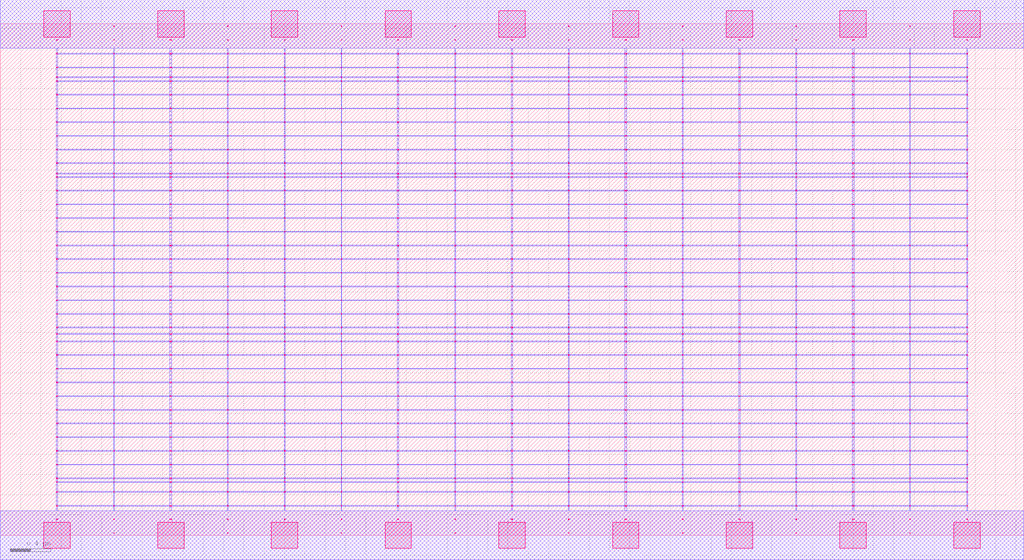
<source format=lef>
MACRO AAOAOI22111_DEBUG
 CLASS CORE ;
 FOREIGN AAOAOI22111_DEBUG 0 0 ;
 SIZE 10.08 BY 5.04 ;
 ORIGIN 0 0 ;
 SYMMETRY X Y R90 ;
 SITE unit ;

 OBS
    LAYER polycont ;
     RECT 5.03100000 2.58300000 5.04900000 2.59100000 ;
     RECT 5.03100000 2.71800000 5.04900000 2.72600000 ;
     RECT 5.03100000 2.85300000 5.04900000 2.86100000 ;
     RECT 5.03100000 2.98800000 5.04900000 2.99600000 ;
     RECT 7.27100000 2.58300000 7.28900000 2.59100000 ;
     RECT 7.83600000 2.58300000 7.84400000 2.59100000 ;
     RECT 8.39100000 2.58300000 8.40900000 2.59100000 ;
     RECT 8.95600000 2.58300000 8.96400000 2.59100000 ;
     RECT 9.51600000 2.58300000 9.52900000 2.59100000 ;
     RECT 5.59600000 2.58300000 5.60400000 2.59100000 ;
     RECT 5.59600000 2.71800000 5.60400000 2.72600000 ;
     RECT 6.15100000 2.71800000 6.16900000 2.72600000 ;
     RECT 6.71600000 2.71800000 6.72400000 2.72600000 ;
     RECT 7.27100000 2.71800000 7.28900000 2.72600000 ;
     RECT 7.83600000 2.71800000 7.84400000 2.72600000 ;
     RECT 8.39100000 2.71800000 8.40900000 2.72600000 ;
     RECT 8.95600000 2.71800000 8.96400000 2.72600000 ;
     RECT 9.51600000 2.71800000 9.52900000 2.72600000 ;
     RECT 6.15100000 2.58300000 6.16900000 2.59100000 ;
     RECT 5.59600000 2.85300000 5.60400000 2.86100000 ;
     RECT 6.15100000 2.85300000 6.16900000 2.86100000 ;
     RECT 6.71600000 2.85300000 6.72400000 2.86100000 ;
     RECT 7.27100000 2.85300000 7.28900000 2.86100000 ;
     RECT 7.83600000 2.85300000 7.84400000 2.86100000 ;
     RECT 8.39100000 2.85300000 8.40900000 2.86100000 ;
     RECT 8.95600000 2.85300000 8.96400000 2.86100000 ;
     RECT 9.51600000 2.85300000 9.52900000 2.86100000 ;
     RECT 6.71600000 2.58300000 6.72400000 2.59100000 ;
     RECT 5.59600000 2.98800000 5.60400000 2.99600000 ;
     RECT 6.15100000 2.98800000 6.16900000 2.99600000 ;
     RECT 6.71600000 2.98800000 6.72400000 2.99600000 ;
     RECT 7.27100000 2.98800000 7.28900000 2.99600000 ;
     RECT 7.83600000 2.98800000 7.84400000 2.99600000 ;
     RECT 8.39100000 2.98800000 8.40900000 2.99600000 ;
     RECT 8.95600000 2.98800000 8.96400000 2.99600000 ;
     RECT 9.51600000 2.98800000 9.52900000 2.99600000 ;
     RECT 1.67100000 2.85300000 1.68900000 2.86100000 ;
     RECT 2.23600000 2.85300000 2.24400000 2.86100000 ;
     RECT 2.79600000 2.85300000 2.80900000 2.86100000 ;
     RECT 3.35600000 2.85300000 3.36400000 2.86100000 ;
     RECT 3.91100000 2.85300000 3.92400000 2.86100000 ;
     RECT 4.47600000 2.85300000 4.48400000 2.86100000 ;
     RECT 1.11600000 2.71800000 1.12400000 2.72600000 ;
     RECT 1.67100000 2.71800000 1.68900000 2.72600000 ;
     RECT 2.23600000 2.71800000 2.24400000 2.72600000 ;
     RECT 2.79600000 2.71800000 2.80900000 2.72600000 ;
     RECT 3.35600000 2.71800000 3.36400000 2.72600000 ;
     RECT 3.91100000 2.71800000 3.92400000 2.72600000 ;
     RECT 4.47600000 2.71800000 4.48400000 2.72600000 ;
     RECT 1.11600000 2.58300000 1.12400000 2.59100000 ;
     RECT 1.67100000 2.58300000 1.68900000 2.59100000 ;
     RECT 0.55100000 2.98800000 0.56400000 2.99600000 ;
     RECT 1.11600000 2.98800000 1.12400000 2.99600000 ;
     RECT 1.67100000 2.98800000 1.68900000 2.99600000 ;
     RECT 2.23600000 2.98800000 2.24400000 2.99600000 ;
     RECT 2.79600000 2.98800000 2.80900000 2.99600000 ;
     RECT 3.35600000 2.98800000 3.36400000 2.99600000 ;
     RECT 3.91100000 2.98800000 3.92400000 2.99600000 ;
     RECT 4.47600000 2.98800000 4.48400000 2.99600000 ;
     RECT 2.23600000 2.58300000 2.24400000 2.59100000 ;
     RECT 2.79600000 2.58300000 2.80900000 2.59100000 ;
     RECT 3.35600000 2.58300000 3.36400000 2.59100000 ;
     RECT 3.91100000 2.58300000 3.92400000 2.59100000 ;
     RECT 4.47600000 2.58300000 4.48400000 2.59100000 ;
     RECT 0.55100000 2.58300000 0.56400000 2.59100000 ;
     RECT 0.55100000 2.71800000 0.56400000 2.72600000 ;
     RECT 0.55100000 2.85300000 0.56400000 2.86100000 ;
     RECT 1.11600000 2.85300000 1.12400000 2.86100000 ;
     RECT 3.35600000 3.12300000 3.36400000 3.13100000 ;
     RECT 3.35600000 3.25800000 3.36400000 3.26600000 ;
     RECT 3.35600000 3.39300000 3.36400000 3.40100000 ;
     RECT 3.35600000 3.52800000 3.36400000 3.53600000 ;
     RECT 3.35600000 3.56100000 3.36400000 3.56900000 ;
     RECT 3.35600000 3.66300000 3.36400000 3.67100000 ;
     RECT 3.35600000 3.79800000 3.36400000 3.80600000 ;
     RECT 3.35600000 3.93300000 3.36400000 3.94100000 ;
     RECT 3.35600000 4.06800000 3.36400000 4.07600000 ;
     RECT 3.35600000 4.20300000 3.36400000 4.21100000 ;
     RECT 3.35600000 4.33800000 3.36400000 4.34600000 ;
     RECT 3.35600000 4.47300000 3.36400000 4.48100000 ;
     RECT 3.35600000 4.51100000 3.36400000 4.51900000 ;
     RECT 3.35600000 4.60800000 3.36400000 4.61600000 ;
     RECT 3.35600000 4.74300000 3.36400000 4.75100000 ;
     RECT 3.35600000 4.87800000 3.36400000 4.88600000 ;
     RECT 5.59600000 0.55800000 5.60400000 0.56600000 ;
     RECT 5.59600000 0.69300000 5.60400000 0.70100000 ;
     RECT 5.59600000 0.82800000 5.60400000 0.83600000 ;
     RECT 5.59600000 0.96300000 5.60400000 0.97100000 ;
     RECT 5.59600000 1.09800000 5.60400000 1.10600000 ;
     RECT 5.59600000 1.23300000 5.60400000 1.24100000 ;
     RECT 5.59600000 1.36800000 5.60400000 1.37600000 ;
     RECT 5.59600000 1.50300000 5.60400000 1.51100000 ;
     RECT 5.59600000 1.63800000 5.60400000 1.64600000 ;
     RECT 5.59600000 1.77300000 5.60400000 1.78100000 ;
     RECT 5.59600000 1.90800000 5.60400000 1.91600000 ;
     RECT 5.59600000 1.98100000 5.60400000 1.98900000 ;
     RECT 5.59600000 2.04300000 5.60400000 2.05100000 ;
     RECT 5.59600000 2.17800000 5.60400000 2.18600000 ;
     RECT 5.59600000 2.31300000 5.60400000 2.32100000 ;
     RECT 5.59600000 2.44800000 5.60400000 2.45600000 ;
     RECT 5.59600000 0.15300000 5.60400000 0.16100000 ;
     RECT 5.59600000 0.28800000 5.60400000 0.29600000 ;
     RECT 5.59600000 0.42300000 5.60400000 0.43100000 ;
     RECT 5.59600000 0.52100000 5.60400000 0.52900000 ;

    LAYER pdiffc ;
     RECT 0.55100000 3.39300000 0.55900000 3.40100000 ;
     RECT 2.80100000 3.39300000 2.80900000 3.40100000 ;
     RECT 3.91100000 3.39300000 3.91900000 3.40100000 ;
     RECT 9.52100000 3.39300000 9.52900000 3.40100000 ;
     RECT 0.55100000 3.52800000 0.55900000 3.53600000 ;
     RECT 2.80100000 3.52800000 2.80900000 3.53600000 ;
     RECT 3.91100000 3.52800000 3.91900000 3.53600000 ;
     RECT 9.52100000 3.52800000 9.52900000 3.53600000 ;
     RECT 0.55100000 3.56100000 0.55900000 3.56900000 ;
     RECT 2.80100000 3.56100000 2.80900000 3.56900000 ;
     RECT 3.91100000 3.56100000 3.91900000 3.56900000 ;
     RECT 9.52100000 3.56100000 9.52900000 3.56900000 ;
     RECT 0.55100000 3.66300000 0.55900000 3.67100000 ;
     RECT 2.80100000 3.66300000 2.80900000 3.67100000 ;
     RECT 3.91100000 3.66300000 3.91900000 3.67100000 ;
     RECT 9.52100000 3.66300000 9.52900000 3.67100000 ;
     RECT 0.55100000 3.79800000 0.55900000 3.80600000 ;
     RECT 2.80100000 3.79800000 2.80900000 3.80600000 ;
     RECT 3.91100000 3.79800000 3.91900000 3.80600000 ;
     RECT 9.52100000 3.79800000 9.52900000 3.80600000 ;
     RECT 0.55100000 3.93300000 0.55900000 3.94100000 ;
     RECT 2.80100000 3.93300000 2.80900000 3.94100000 ;
     RECT 3.91100000 3.93300000 3.91900000 3.94100000 ;
     RECT 9.52100000 3.93300000 9.52900000 3.94100000 ;
     RECT 0.55100000 4.06800000 0.55900000 4.07600000 ;
     RECT 2.80100000 4.06800000 2.80900000 4.07600000 ;
     RECT 3.91100000 4.06800000 3.91900000 4.07600000 ;
     RECT 9.52100000 4.06800000 9.52900000 4.07600000 ;
     RECT 0.55100000 4.20300000 0.55900000 4.21100000 ;
     RECT 2.80100000 4.20300000 2.80900000 4.21100000 ;
     RECT 3.91100000 4.20300000 3.91900000 4.21100000 ;
     RECT 9.52100000 4.20300000 9.52900000 4.21100000 ;
     RECT 0.55100000 4.33800000 0.55900000 4.34600000 ;
     RECT 2.80100000 4.33800000 2.80900000 4.34600000 ;
     RECT 3.91100000 4.33800000 3.91900000 4.34600000 ;
     RECT 9.52100000 4.33800000 9.52900000 4.34600000 ;
     RECT 0.55100000 4.47300000 0.55900000 4.48100000 ;
     RECT 2.80100000 4.47300000 2.80900000 4.48100000 ;
     RECT 3.91100000 4.47300000 3.91900000 4.48100000 ;
     RECT 9.52100000 4.47300000 9.52900000 4.48100000 ;
     RECT 0.55100000 4.51100000 0.55900000 4.51900000 ;
     RECT 2.80100000 4.51100000 2.80900000 4.51900000 ;
     RECT 3.91100000 4.51100000 3.91900000 4.51900000 ;
     RECT 9.52100000 4.51100000 9.52900000 4.51900000 ;
     RECT 0.55100000 4.60800000 0.55900000 4.61600000 ;
     RECT 2.80100000 4.60800000 2.80900000 4.61600000 ;
     RECT 3.91100000 4.60800000 3.91900000 4.61600000 ;
     RECT 9.52100000 4.60800000 9.52900000 4.61600000 ;

    LAYER ndiffc ;
     RECT 5.03100000 0.42300000 5.04900000 0.43100000 ;
     RECT 5.03100000 0.52100000 5.04900000 0.52900000 ;
     RECT 5.03100000 0.55800000 5.04900000 0.56600000 ;
     RECT 5.03100000 0.69300000 5.04900000 0.70100000 ;
     RECT 5.03100000 0.82800000 5.04900000 0.83600000 ;
     RECT 5.03100000 0.96300000 5.04900000 0.97100000 ;
     RECT 5.03100000 1.09800000 5.04900000 1.10600000 ;
     RECT 5.03100000 1.23300000 5.04900000 1.24100000 ;
     RECT 5.03100000 1.36800000 5.04900000 1.37600000 ;
     RECT 5.03100000 1.50300000 5.04900000 1.51100000 ;
     RECT 5.03100000 1.63800000 5.04900000 1.64600000 ;
     RECT 5.03100000 1.77300000 5.04900000 1.78100000 ;
     RECT 5.03100000 1.90800000 5.04900000 1.91600000 ;
     RECT 5.03100000 1.98100000 5.04900000 1.98900000 ;
     RECT 5.03100000 2.04300000 5.04900000 2.05100000 ;
     RECT 8.39100000 0.42300000 8.40900000 0.43100000 ;
     RECT 6.15100000 0.69300000 6.16900000 0.70100000 ;
     RECT 7.27100000 0.69300000 7.28900000 0.70100000 ;
     RECT 8.39100000 0.69300000 8.40900000 0.70100000 ;
     RECT 9.51600000 0.69300000 9.52900000 0.70100000 ;
     RECT 9.51600000 0.42300000 9.52900000 0.43100000 ;
     RECT 6.15100000 0.82800000 6.16900000 0.83600000 ;
     RECT 7.27100000 0.82800000 7.28900000 0.83600000 ;
     RECT 8.39100000 0.82800000 8.40900000 0.83600000 ;
     RECT 9.51600000 0.82800000 9.52900000 0.83600000 ;
     RECT 6.15100000 0.42300000 6.16900000 0.43100000 ;
     RECT 6.15100000 0.96300000 6.16900000 0.97100000 ;
     RECT 7.27100000 0.96300000 7.28900000 0.97100000 ;
     RECT 8.39100000 0.96300000 8.40900000 0.97100000 ;
     RECT 9.51600000 0.96300000 9.52900000 0.97100000 ;
     RECT 6.15100000 0.52100000 6.16900000 0.52900000 ;
     RECT 6.15100000 1.09800000 6.16900000 1.10600000 ;
     RECT 7.27100000 1.09800000 7.28900000 1.10600000 ;
     RECT 8.39100000 1.09800000 8.40900000 1.10600000 ;
     RECT 9.51600000 1.09800000 9.52900000 1.10600000 ;
     RECT 7.27100000 0.52100000 7.28900000 0.52900000 ;
     RECT 6.15100000 1.23300000 6.16900000 1.24100000 ;
     RECT 7.27100000 1.23300000 7.28900000 1.24100000 ;
     RECT 8.39100000 1.23300000 8.40900000 1.24100000 ;
     RECT 9.51600000 1.23300000 9.52900000 1.24100000 ;
     RECT 8.39100000 0.52100000 8.40900000 0.52900000 ;
     RECT 6.15100000 1.36800000 6.16900000 1.37600000 ;
     RECT 7.27100000 1.36800000 7.28900000 1.37600000 ;
     RECT 8.39100000 1.36800000 8.40900000 1.37600000 ;
     RECT 9.51600000 1.36800000 9.52900000 1.37600000 ;
     RECT 9.51600000 0.52100000 9.52900000 0.52900000 ;
     RECT 6.15100000 1.50300000 6.16900000 1.51100000 ;
     RECT 7.27100000 1.50300000 7.28900000 1.51100000 ;
     RECT 8.39100000 1.50300000 8.40900000 1.51100000 ;
     RECT 9.51600000 1.50300000 9.52900000 1.51100000 ;
     RECT 7.27100000 0.42300000 7.28900000 0.43100000 ;
     RECT 6.15100000 1.63800000 6.16900000 1.64600000 ;
     RECT 7.27100000 1.63800000 7.28900000 1.64600000 ;
     RECT 8.39100000 1.63800000 8.40900000 1.64600000 ;
     RECT 9.51600000 1.63800000 9.52900000 1.64600000 ;
     RECT 6.15100000 0.55800000 6.16900000 0.56600000 ;
     RECT 6.15100000 1.77300000 6.16900000 1.78100000 ;
     RECT 7.27100000 1.77300000 7.28900000 1.78100000 ;
     RECT 8.39100000 1.77300000 8.40900000 1.78100000 ;
     RECT 9.51600000 1.77300000 9.52900000 1.78100000 ;
     RECT 7.27100000 0.55800000 7.28900000 0.56600000 ;
     RECT 6.15100000 1.90800000 6.16900000 1.91600000 ;
     RECT 7.27100000 1.90800000 7.28900000 1.91600000 ;
     RECT 8.39100000 1.90800000 8.40900000 1.91600000 ;
     RECT 9.51600000 1.90800000 9.52900000 1.91600000 ;
     RECT 8.39100000 0.55800000 8.40900000 0.56600000 ;
     RECT 6.15100000 1.98100000 6.16900000 1.98900000 ;
     RECT 7.27100000 1.98100000 7.28900000 1.98900000 ;
     RECT 8.39100000 1.98100000 8.40900000 1.98900000 ;
     RECT 9.51600000 1.98100000 9.52900000 1.98900000 ;
     RECT 9.51600000 0.55800000 9.52900000 0.56600000 ;
     RECT 6.15100000 2.04300000 6.16900000 2.05100000 ;
     RECT 7.27100000 2.04300000 7.28900000 2.05100000 ;
     RECT 8.39100000 2.04300000 8.40900000 2.05100000 ;
     RECT 9.51600000 2.04300000 9.52900000 2.05100000 ;
     RECT 3.91100000 1.36800000 3.92400000 1.37600000 ;
     RECT 2.79600000 0.55800000 2.80900000 0.56600000 ;
     RECT 3.91100000 0.55800000 3.92400000 0.56600000 ;
     RECT 1.67100000 0.52100000 1.68900000 0.52900000 ;
     RECT 2.79600000 0.52100000 2.80900000 0.52900000 ;
     RECT 3.91100000 0.52100000 3.92400000 0.52900000 ;
     RECT 0.55100000 1.50300000 0.56400000 1.51100000 ;
     RECT 1.67100000 1.50300000 1.68900000 1.51100000 ;
     RECT 2.79600000 1.50300000 2.80900000 1.51100000 ;
     RECT 3.91100000 1.50300000 3.92400000 1.51100000 ;
     RECT 0.55100000 0.96300000 0.56400000 0.97100000 ;
     RECT 1.67100000 0.96300000 1.68900000 0.97100000 ;
     RECT 2.79600000 0.96300000 2.80900000 0.97100000 ;
     RECT 3.91100000 0.96300000 3.92400000 0.97100000 ;
     RECT 1.67100000 0.42300000 1.68900000 0.43100000 ;
     RECT 0.55100000 1.63800000 0.56400000 1.64600000 ;
     RECT 1.67100000 1.63800000 1.68900000 1.64600000 ;
     RECT 2.79600000 1.63800000 2.80900000 1.64600000 ;
     RECT 3.91100000 1.63800000 3.92400000 1.64600000 ;
     RECT 2.79600000 0.42300000 2.80900000 0.43100000 ;
     RECT 0.55100000 0.69300000 0.56400000 0.70100000 ;
     RECT 1.67100000 0.69300000 1.68900000 0.70100000 ;
     RECT 2.79600000 0.69300000 2.80900000 0.70100000 ;
     RECT 0.55100000 1.09800000 0.56400000 1.10600000 ;
     RECT 0.55100000 1.77300000 0.56400000 1.78100000 ;
     RECT 1.67100000 1.77300000 1.68900000 1.78100000 ;
     RECT 2.79600000 1.77300000 2.80900000 1.78100000 ;
     RECT 3.91100000 1.77300000 3.92400000 1.78100000 ;
     RECT 1.67100000 1.09800000 1.68900000 1.10600000 ;
     RECT 2.79600000 1.09800000 2.80900000 1.10600000 ;
     RECT 3.91100000 1.09800000 3.92400000 1.10600000 ;
     RECT 3.91100000 0.69300000 3.92400000 0.70100000 ;
     RECT 3.91100000 0.42300000 3.92400000 0.43100000 ;
     RECT 0.55100000 1.90800000 0.56400000 1.91600000 ;
     RECT 1.67100000 1.90800000 1.68900000 1.91600000 ;
     RECT 2.79600000 1.90800000 2.80900000 1.91600000 ;
     RECT 3.91100000 1.90800000 3.92400000 1.91600000 ;
     RECT 0.55100000 0.42300000 0.56400000 0.43100000 ;
     RECT 0.55100000 0.52100000 0.56400000 0.52900000 ;
     RECT 0.55100000 0.55800000 0.56400000 0.56600000 ;
     RECT 0.55100000 1.23300000 0.56400000 1.24100000 ;
     RECT 1.67100000 1.23300000 1.68900000 1.24100000 ;
     RECT 0.55100000 1.98100000 0.56400000 1.98900000 ;
     RECT 1.67100000 1.98100000 1.68900000 1.98900000 ;
     RECT 2.79600000 1.98100000 2.80900000 1.98900000 ;
     RECT 3.91100000 1.98100000 3.92400000 1.98900000 ;
     RECT 2.79600000 1.23300000 2.80900000 1.24100000 ;
     RECT 3.91100000 1.23300000 3.92400000 1.24100000 ;
     RECT 1.67100000 0.55800000 1.68900000 0.56600000 ;
     RECT 0.55100000 0.82800000 0.56400000 0.83600000 ;
     RECT 1.67100000 0.82800000 1.68900000 0.83600000 ;
     RECT 0.55100000 2.04300000 0.56400000 2.05100000 ;
     RECT 1.67100000 2.04300000 1.68900000 2.05100000 ;
     RECT 2.79600000 2.04300000 2.80900000 2.05100000 ;
     RECT 3.91100000 2.04300000 3.92400000 2.05100000 ;
     RECT 2.79600000 0.82800000 2.80900000 0.83600000 ;
     RECT 3.91100000 0.82800000 3.92400000 0.83600000 ;
     RECT 0.55100000 1.36800000 0.56400000 1.37600000 ;
     RECT 1.67100000 1.36800000 1.68900000 1.37600000 ;
     RECT 2.79600000 1.36800000 2.80900000 1.37600000 ;

    LAYER met1 ;
     RECT 0.00000000 -0.24000000 10.08000000 0.24000000 ;
     RECT 5.03100000 0.24000000 5.04900000 0.28800000 ;
     RECT 0.55100000 0.28800000 9.52900000 0.29600000 ;
     RECT 5.03100000 0.29600000 5.04900000 0.42300000 ;
     RECT 0.55100000 0.42300000 9.52900000 0.43100000 ;
     RECT 5.03100000 0.43100000 5.04900000 0.52100000 ;
     RECT 0.55100000 0.52100000 9.52900000 0.52900000 ;
     RECT 5.03100000 0.52900000 5.04900000 0.55800000 ;
     RECT 0.55100000 0.55800000 9.52900000 0.56600000 ;
     RECT 5.03100000 0.56600000 5.04900000 0.69300000 ;
     RECT 0.55100000 0.69300000 9.52900000 0.70100000 ;
     RECT 5.03100000 0.70100000 5.04900000 0.82800000 ;
     RECT 0.55100000 0.82800000 9.52900000 0.83600000 ;
     RECT 5.03100000 0.83600000 5.04900000 0.96300000 ;
     RECT 0.55100000 0.96300000 9.52900000 0.97100000 ;
     RECT 5.03100000 0.97100000 5.04900000 1.09800000 ;
     RECT 0.55100000 1.09800000 9.52900000 1.10600000 ;
     RECT 5.03100000 1.10600000 5.04900000 1.23300000 ;
     RECT 0.55100000 1.23300000 9.52900000 1.24100000 ;
     RECT 5.03100000 1.24100000 5.04900000 1.36800000 ;
     RECT 0.55100000 1.36800000 9.52900000 1.37600000 ;
     RECT 5.03100000 1.37600000 5.04900000 1.50300000 ;
     RECT 0.55100000 1.50300000 9.52900000 1.51100000 ;
     RECT 5.03100000 1.51100000 5.04900000 1.63800000 ;
     RECT 0.55100000 1.63800000 9.52900000 1.64600000 ;
     RECT 5.03100000 1.64600000 5.04900000 1.77300000 ;
     RECT 0.55100000 1.77300000 9.52900000 1.78100000 ;
     RECT 5.03100000 1.78100000 5.04900000 1.90800000 ;
     RECT 0.55100000 1.90800000 9.52900000 1.91600000 ;
     RECT 5.03100000 1.91600000 5.04900000 1.98100000 ;
     RECT 0.55100000 1.98100000 9.52900000 1.98900000 ;
     RECT 5.03100000 1.98900000 5.04900000 2.04300000 ;
     RECT 0.55100000 2.04300000 9.52900000 2.05100000 ;
     RECT 5.03100000 2.05100000 5.04900000 2.17800000 ;
     RECT 0.55100000 2.17800000 9.52900000 2.18600000 ;
     RECT 5.03100000 2.18600000 5.04900000 2.31300000 ;
     RECT 0.55100000 2.31300000 9.52900000 2.32100000 ;
     RECT 5.03100000 2.32100000 5.04900000 2.44800000 ;
     RECT 0.55100000 2.44800000 9.52900000 2.45600000 ;
     RECT 0.55100000 2.45600000 0.56400000 2.58300000 ;
     RECT 1.11600000 2.45600000 1.12400000 2.58300000 ;
     RECT 1.67100000 2.45600000 1.68900000 2.58300000 ;
     RECT 2.23600000 2.45600000 2.24400000 2.58300000 ;
     RECT 2.79600000 2.45600000 2.80900000 2.58300000 ;
     RECT 3.35600000 2.45600000 3.36400000 2.58300000 ;
     RECT 3.91100000 2.45600000 3.92400000 2.58300000 ;
     RECT 4.47600000 2.45600000 4.48400000 2.58300000 ;
     RECT 5.03100000 2.45600000 5.04900000 2.58300000 ;
     RECT 5.59600000 2.45600000 5.60400000 2.58300000 ;
     RECT 6.15100000 2.45600000 6.16900000 2.58300000 ;
     RECT 6.71600000 2.45600000 6.72400000 2.58300000 ;
     RECT 7.27100000 2.45600000 7.28900000 2.58300000 ;
     RECT 7.83600000 2.45600000 7.84400000 2.58300000 ;
     RECT 8.39100000 2.45600000 8.40900000 2.58300000 ;
     RECT 8.95600000 2.45600000 8.96400000 2.58300000 ;
     RECT 9.51600000 2.45600000 9.52900000 2.58300000 ;
     RECT 0.55100000 2.58300000 9.52900000 2.59100000 ;
     RECT 5.03100000 2.59100000 5.04900000 2.71800000 ;
     RECT 0.55100000 2.71800000 9.52900000 2.72600000 ;
     RECT 5.03100000 2.72600000 5.04900000 2.85300000 ;
     RECT 0.55100000 2.85300000 9.52900000 2.86100000 ;
     RECT 5.03100000 2.86100000 5.04900000 2.98800000 ;
     RECT 0.55100000 2.98800000 9.52900000 2.99600000 ;
     RECT 5.03100000 2.99600000 5.04900000 3.12300000 ;
     RECT 0.55100000 3.12300000 9.52900000 3.13100000 ;
     RECT 5.03100000 3.13100000 5.04900000 3.25800000 ;
     RECT 0.55100000 3.25800000 9.52900000 3.26600000 ;
     RECT 5.03100000 3.26600000 5.04900000 3.39300000 ;
     RECT 0.55100000 3.39300000 9.52900000 3.40100000 ;
     RECT 5.03100000 3.40100000 5.04900000 3.52800000 ;
     RECT 0.55100000 3.52800000 9.52900000 3.53600000 ;
     RECT 5.03100000 3.53600000 5.04900000 3.56100000 ;
     RECT 0.55100000 3.56100000 9.52900000 3.56900000 ;
     RECT 5.03100000 3.56900000 5.04900000 3.66300000 ;
     RECT 0.55100000 3.66300000 9.52900000 3.67100000 ;
     RECT 5.03100000 3.67100000 5.04900000 3.79800000 ;
     RECT 0.55100000 3.79800000 9.52900000 3.80600000 ;
     RECT 5.03100000 3.80600000 5.04900000 3.93300000 ;
     RECT 0.55100000 3.93300000 9.52900000 3.94100000 ;
     RECT 5.03100000 3.94100000 5.04900000 4.06800000 ;
     RECT 0.55100000 4.06800000 9.52900000 4.07600000 ;
     RECT 5.03100000 4.07600000 5.04900000 4.20300000 ;
     RECT 0.55100000 4.20300000 9.52900000 4.21100000 ;
     RECT 5.03100000 4.21100000 5.04900000 4.33800000 ;
     RECT 0.55100000 4.33800000 9.52900000 4.34600000 ;
     RECT 5.03100000 4.34600000 5.04900000 4.47300000 ;
     RECT 0.55100000 4.47300000 9.52900000 4.48100000 ;
     RECT 5.03100000 4.48100000 5.04900000 4.51100000 ;
     RECT 0.55100000 4.51100000 9.52900000 4.51900000 ;
     RECT 5.03100000 4.51900000 5.04900000 4.60800000 ;
     RECT 0.55100000 4.60800000 9.52900000 4.61600000 ;
     RECT 5.03100000 4.61600000 5.04900000 4.74300000 ;
     RECT 0.55100000 4.74300000 9.52900000 4.75100000 ;
     RECT 5.03100000 4.75100000 5.04900000 4.80000000 ;
     RECT 0.00000000 4.80000000 10.08000000 5.28000000 ;
     RECT 5.59600000 3.80600000 5.60400000 3.93300000 ;
     RECT 6.15100000 3.80600000 6.16900000 3.93300000 ;
     RECT 6.71600000 3.80600000 6.72400000 3.93300000 ;
     RECT 7.27100000 3.80600000 7.28900000 3.93300000 ;
     RECT 7.83600000 3.80600000 7.84400000 3.93300000 ;
     RECT 8.39100000 3.80600000 8.40900000 3.93300000 ;
     RECT 8.95600000 3.80600000 8.96400000 3.93300000 ;
     RECT 9.51600000 3.80600000 9.52900000 3.93300000 ;
     RECT 7.83600000 3.94100000 7.84400000 4.06800000 ;
     RECT 8.39100000 3.94100000 8.40900000 4.06800000 ;
     RECT 8.95600000 3.94100000 8.96400000 4.06800000 ;
     RECT 9.51600000 3.94100000 9.52900000 4.06800000 ;
     RECT 7.83600000 4.07600000 7.84400000 4.20300000 ;
     RECT 8.39100000 4.07600000 8.40900000 4.20300000 ;
     RECT 8.95600000 4.07600000 8.96400000 4.20300000 ;
     RECT 9.51600000 4.07600000 9.52900000 4.20300000 ;
     RECT 7.83600000 4.21100000 7.84400000 4.33800000 ;
     RECT 8.39100000 4.21100000 8.40900000 4.33800000 ;
     RECT 8.95600000 4.21100000 8.96400000 4.33800000 ;
     RECT 9.51600000 4.21100000 9.52900000 4.33800000 ;
     RECT 7.83600000 4.34600000 7.84400000 4.47300000 ;
     RECT 8.39100000 4.34600000 8.40900000 4.47300000 ;
     RECT 8.95600000 4.34600000 8.96400000 4.47300000 ;
     RECT 9.51600000 4.34600000 9.52900000 4.47300000 ;
     RECT 7.83600000 4.48100000 7.84400000 4.51100000 ;
     RECT 8.39100000 4.48100000 8.40900000 4.51100000 ;
     RECT 8.95600000 4.48100000 8.96400000 4.51100000 ;
     RECT 9.51600000 4.48100000 9.52900000 4.51100000 ;
     RECT 7.83600000 4.51900000 7.84400000 4.60800000 ;
     RECT 8.39100000 4.51900000 8.40900000 4.60800000 ;
     RECT 8.95600000 4.51900000 8.96400000 4.60800000 ;
     RECT 9.51600000 4.51900000 9.52900000 4.60800000 ;
     RECT 7.83600000 4.61600000 7.84400000 4.74300000 ;
     RECT 8.39100000 4.61600000 8.40900000 4.74300000 ;
     RECT 8.95600000 4.61600000 8.96400000 4.74300000 ;
     RECT 9.51600000 4.61600000 9.52900000 4.74300000 ;
     RECT 7.83600000 4.75100000 7.84400000 4.80000000 ;
     RECT 8.39100000 4.75100000 8.40900000 4.80000000 ;
     RECT 8.95600000 4.75100000 8.96400000 4.80000000 ;
     RECT 9.51600000 4.75100000 9.52900000 4.80000000 ;
     RECT 5.59600000 4.48100000 5.60400000 4.51100000 ;
     RECT 6.15100000 4.48100000 6.16900000 4.51100000 ;
     RECT 6.71600000 4.48100000 6.72400000 4.51100000 ;
     RECT 7.27100000 4.48100000 7.28900000 4.51100000 ;
     RECT 5.59600000 4.21100000 5.60400000 4.33800000 ;
     RECT 6.15100000 4.21100000 6.16900000 4.33800000 ;
     RECT 6.71600000 4.21100000 6.72400000 4.33800000 ;
     RECT 7.27100000 4.21100000 7.28900000 4.33800000 ;
     RECT 5.59600000 4.51900000 5.60400000 4.60800000 ;
     RECT 6.15100000 4.51900000 6.16900000 4.60800000 ;
     RECT 6.71600000 4.51900000 6.72400000 4.60800000 ;
     RECT 7.27100000 4.51900000 7.28900000 4.60800000 ;
     RECT 5.59600000 4.07600000 5.60400000 4.20300000 ;
     RECT 6.15100000 4.07600000 6.16900000 4.20300000 ;
     RECT 6.71600000 4.07600000 6.72400000 4.20300000 ;
     RECT 7.27100000 4.07600000 7.28900000 4.20300000 ;
     RECT 5.59600000 4.61600000 5.60400000 4.74300000 ;
     RECT 6.15100000 4.61600000 6.16900000 4.74300000 ;
     RECT 6.71600000 4.61600000 6.72400000 4.74300000 ;
     RECT 7.27100000 4.61600000 7.28900000 4.74300000 ;
     RECT 5.59600000 4.34600000 5.60400000 4.47300000 ;
     RECT 6.15100000 4.34600000 6.16900000 4.47300000 ;
     RECT 6.71600000 4.34600000 6.72400000 4.47300000 ;
     RECT 7.27100000 4.34600000 7.28900000 4.47300000 ;
     RECT 5.59600000 4.75100000 5.60400000 4.80000000 ;
     RECT 6.15100000 4.75100000 6.16900000 4.80000000 ;
     RECT 6.71600000 4.75100000 6.72400000 4.80000000 ;
     RECT 7.27100000 4.75100000 7.28900000 4.80000000 ;
     RECT 5.59600000 3.94100000 5.60400000 4.06800000 ;
     RECT 6.15100000 3.94100000 6.16900000 4.06800000 ;
     RECT 6.71600000 3.94100000 6.72400000 4.06800000 ;
     RECT 7.27100000 3.94100000 7.28900000 4.06800000 ;
     RECT 5.59600000 2.59100000 5.60400000 2.71800000 ;
     RECT 6.15100000 2.59100000 6.16900000 2.71800000 ;
     RECT 5.59600000 3.26600000 5.60400000 3.39300000 ;
     RECT 6.15100000 3.26600000 6.16900000 3.39300000 ;
     RECT 5.59600000 2.86100000 5.60400000 2.98800000 ;
     RECT 6.15100000 2.86100000 6.16900000 2.98800000 ;
     RECT 6.71600000 3.26600000 6.72400000 3.39300000 ;
     RECT 7.27100000 3.26600000 7.28900000 3.39300000 ;
     RECT 5.59600000 2.72600000 5.60400000 2.85300000 ;
     RECT 6.15100000 2.72600000 6.16900000 2.85300000 ;
     RECT 5.59600000 3.40100000 5.60400000 3.52800000 ;
     RECT 6.15100000 3.40100000 6.16900000 3.52800000 ;
     RECT 5.59600000 2.99600000 5.60400000 3.12300000 ;
     RECT 6.15100000 2.99600000 6.16900000 3.12300000 ;
     RECT 6.71600000 3.40100000 6.72400000 3.52800000 ;
     RECT 7.27100000 3.40100000 7.28900000 3.52800000 ;
     RECT 6.71600000 2.86100000 6.72400000 2.98800000 ;
     RECT 7.27100000 2.86100000 7.28900000 2.98800000 ;
     RECT 6.71600000 2.72600000 6.72400000 2.85300000 ;
     RECT 7.27100000 2.72600000 7.28900000 2.85300000 ;
     RECT 5.59600000 3.53600000 5.60400000 3.56100000 ;
     RECT 6.15100000 3.53600000 6.16900000 3.56100000 ;
     RECT 6.71600000 2.99600000 6.72400000 3.12300000 ;
     RECT 7.27100000 2.99600000 7.28900000 3.12300000 ;
     RECT 6.71600000 3.53600000 6.72400000 3.56100000 ;
     RECT 7.27100000 3.53600000 7.28900000 3.56100000 ;
     RECT 5.59600000 3.56900000 5.60400000 3.66300000 ;
     RECT 6.15100000 3.56900000 6.16900000 3.66300000 ;
     RECT 6.71600000 3.56900000 6.72400000 3.66300000 ;
     RECT 7.27100000 3.56900000 7.28900000 3.66300000 ;
     RECT 5.59600000 3.67100000 5.60400000 3.79800000 ;
     RECT 6.15100000 3.67100000 6.16900000 3.79800000 ;
     RECT 6.71600000 3.67100000 6.72400000 3.79800000 ;
     RECT 7.27100000 3.67100000 7.28900000 3.79800000 ;
     RECT 6.71600000 2.59100000 6.72400000 2.71800000 ;
     RECT 7.27100000 2.59100000 7.28900000 2.71800000 ;
     RECT 5.59600000 3.13100000 5.60400000 3.25800000 ;
     RECT 6.15100000 3.13100000 6.16900000 3.25800000 ;
     RECT 6.71600000 3.13100000 6.72400000 3.25800000 ;
     RECT 7.27100000 3.13100000 7.28900000 3.25800000 ;
     RECT 8.39100000 2.59100000 8.40900000 2.71800000 ;
     RECT 9.51600000 2.99600000 9.52900000 3.12300000 ;
     RECT 7.83600000 3.13100000 7.84400000 3.25800000 ;
     RECT 7.83600000 3.56900000 7.84400000 3.66300000 ;
     RECT 8.39100000 3.56900000 8.40900000 3.66300000 ;
     RECT 8.95600000 3.56900000 8.96400000 3.66300000 ;
     RECT 9.51600000 3.56900000 9.52900000 3.66300000 ;
     RECT 8.95600000 2.72600000 8.96400000 2.85300000 ;
     RECT 9.51600000 2.72600000 9.52900000 2.85300000 ;
     RECT 8.39100000 3.13100000 8.40900000 3.25800000 ;
     RECT 7.83600000 3.40100000 7.84400000 3.52800000 ;
     RECT 8.39100000 3.40100000 8.40900000 3.52800000 ;
     RECT 8.95600000 3.40100000 8.96400000 3.52800000 ;
     RECT 7.83600000 3.67100000 7.84400000 3.79800000 ;
     RECT 8.39100000 3.67100000 8.40900000 3.79800000 ;
     RECT 8.95600000 3.67100000 8.96400000 3.79800000 ;
     RECT 7.83600000 2.86100000 7.84400000 2.98800000 ;
     RECT 8.39100000 2.86100000 8.40900000 2.98800000 ;
     RECT 9.51600000 3.67100000 9.52900000 3.79800000 ;
     RECT 9.51600000 3.40100000 9.52900000 3.52800000 ;
     RECT 8.95600000 3.13100000 8.96400000 3.25800000 ;
     RECT 7.83600000 3.26600000 7.84400000 3.39300000 ;
     RECT 8.39100000 3.26600000 8.40900000 3.39300000 ;
     RECT 8.95600000 3.26600000 8.96400000 3.39300000 ;
     RECT 9.51600000 3.26600000 9.52900000 3.39300000 ;
     RECT 9.51600000 3.13100000 9.52900000 3.25800000 ;
     RECT 8.95600000 2.86100000 8.96400000 2.98800000 ;
     RECT 9.51600000 2.86100000 9.52900000 2.98800000 ;
     RECT 7.83600000 3.53600000 7.84400000 3.56100000 ;
     RECT 7.83600000 2.99600000 7.84400000 3.12300000 ;
     RECT 8.39100000 2.99600000 8.40900000 3.12300000 ;
     RECT 8.39100000 3.53600000 8.40900000 3.56100000 ;
     RECT 8.95600000 3.53600000 8.96400000 3.56100000 ;
     RECT 9.51600000 3.53600000 9.52900000 3.56100000 ;
     RECT 7.83600000 2.72600000 7.84400000 2.85300000 ;
     RECT 8.39100000 2.72600000 8.40900000 2.85300000 ;
     RECT 8.95600000 2.59100000 8.96400000 2.71800000 ;
     RECT 9.51600000 2.59100000 9.52900000 2.71800000 ;
     RECT 7.83600000 2.59100000 7.84400000 2.71800000 ;
     RECT 8.95600000 2.99600000 8.96400000 3.12300000 ;
     RECT 0.55100000 3.80600000 0.56400000 3.93300000 ;
     RECT 1.11600000 3.80600000 1.12400000 3.93300000 ;
     RECT 1.67100000 3.80600000 1.68900000 3.93300000 ;
     RECT 2.23600000 3.80600000 2.24400000 3.93300000 ;
     RECT 2.79600000 3.80600000 2.80900000 3.93300000 ;
     RECT 3.35600000 3.80600000 3.36400000 3.93300000 ;
     RECT 3.91100000 3.80600000 3.92400000 3.93300000 ;
     RECT 4.47600000 3.80600000 4.48400000 3.93300000 ;
     RECT 2.79600000 4.21100000 2.80900000 4.33800000 ;
     RECT 3.35600000 4.21100000 3.36400000 4.33800000 ;
     RECT 3.91100000 4.21100000 3.92400000 4.33800000 ;
     RECT 4.47600000 4.21100000 4.48400000 4.33800000 ;
     RECT 2.79600000 4.34600000 2.80900000 4.47300000 ;
     RECT 3.35600000 4.34600000 3.36400000 4.47300000 ;
     RECT 3.91100000 4.34600000 3.92400000 4.47300000 ;
     RECT 4.47600000 4.34600000 4.48400000 4.47300000 ;
     RECT 2.79600000 4.48100000 2.80900000 4.51100000 ;
     RECT 3.35600000 4.48100000 3.36400000 4.51100000 ;
     RECT 3.91100000 4.48100000 3.92400000 4.51100000 ;
     RECT 4.47600000 4.48100000 4.48400000 4.51100000 ;
     RECT 2.79600000 4.51900000 2.80900000 4.60800000 ;
     RECT 3.35600000 4.51900000 3.36400000 4.60800000 ;
     RECT 3.91100000 4.51900000 3.92400000 4.60800000 ;
     RECT 4.47600000 4.51900000 4.48400000 4.60800000 ;
     RECT 2.79600000 4.61600000 2.80900000 4.74300000 ;
     RECT 3.35600000 4.61600000 3.36400000 4.74300000 ;
     RECT 3.91100000 4.61600000 3.92400000 4.74300000 ;
     RECT 4.47600000 4.61600000 4.48400000 4.74300000 ;
     RECT 2.79600000 4.75100000 2.80900000 4.80000000 ;
     RECT 3.35600000 4.75100000 3.36400000 4.80000000 ;
     RECT 3.91100000 4.75100000 3.92400000 4.80000000 ;
     RECT 4.47600000 4.75100000 4.48400000 4.80000000 ;
     RECT 2.79600000 3.94100000 2.80900000 4.06800000 ;
     RECT 3.35600000 3.94100000 3.36400000 4.06800000 ;
     RECT 3.91100000 3.94100000 3.92400000 4.06800000 ;
     RECT 4.47600000 3.94100000 4.48400000 4.06800000 ;
     RECT 2.79600000 4.07600000 2.80900000 4.20300000 ;
     RECT 3.35600000 4.07600000 3.36400000 4.20300000 ;
     RECT 3.91100000 4.07600000 3.92400000 4.20300000 ;
     RECT 4.47600000 4.07600000 4.48400000 4.20300000 ;
     RECT 0.55100000 4.51900000 0.56400000 4.60800000 ;
     RECT 1.11600000 4.51900000 1.12400000 4.60800000 ;
     RECT 1.67100000 4.51900000 1.68900000 4.60800000 ;
     RECT 2.23600000 4.51900000 2.24400000 4.60800000 ;
     RECT 0.55100000 4.07600000 0.56400000 4.20300000 ;
     RECT 1.11600000 4.07600000 1.12400000 4.20300000 ;
     RECT 1.67100000 4.07600000 1.68900000 4.20300000 ;
     RECT 2.23600000 4.07600000 2.24400000 4.20300000 ;
     RECT 0.55100000 4.61600000 0.56400000 4.74300000 ;
     RECT 1.11600000 4.61600000 1.12400000 4.74300000 ;
     RECT 1.67100000 4.61600000 1.68900000 4.74300000 ;
     RECT 2.23600000 4.61600000 2.24400000 4.74300000 ;
     RECT 0.55100000 4.34600000 0.56400000 4.47300000 ;
     RECT 1.11600000 4.34600000 1.12400000 4.47300000 ;
     RECT 1.67100000 4.34600000 1.68900000 4.47300000 ;
     RECT 2.23600000 4.34600000 2.24400000 4.47300000 ;
     RECT 0.55100000 4.75100000 0.56400000 4.80000000 ;
     RECT 1.11600000 4.75100000 1.12400000 4.80000000 ;
     RECT 1.67100000 4.75100000 1.68900000 4.80000000 ;
     RECT 2.23600000 4.75100000 2.24400000 4.80000000 ;
     RECT 0.55100000 3.94100000 0.56400000 4.06800000 ;
     RECT 1.11600000 3.94100000 1.12400000 4.06800000 ;
     RECT 1.67100000 3.94100000 1.68900000 4.06800000 ;
     RECT 2.23600000 3.94100000 2.24400000 4.06800000 ;
     RECT 0.55100000 4.48100000 0.56400000 4.51100000 ;
     RECT 1.11600000 4.48100000 1.12400000 4.51100000 ;
     RECT 1.67100000 4.48100000 1.68900000 4.51100000 ;
     RECT 2.23600000 4.48100000 2.24400000 4.51100000 ;
     RECT 0.55100000 4.21100000 0.56400000 4.33800000 ;
     RECT 1.11600000 4.21100000 1.12400000 4.33800000 ;
     RECT 1.67100000 4.21100000 1.68900000 4.33800000 ;
     RECT 2.23600000 4.21100000 2.24400000 4.33800000 ;
     RECT 1.67100000 2.86100000 1.68900000 2.98800000 ;
     RECT 2.23600000 2.86100000 2.24400000 2.98800000 ;
     RECT 0.55100000 3.13100000 0.56400000 3.25800000 ;
     RECT 1.11600000 3.13100000 1.12400000 3.25800000 ;
     RECT 1.67100000 3.13100000 1.68900000 3.25800000 ;
     RECT 2.23600000 3.13100000 2.24400000 3.25800000 ;
     RECT 0.55100000 3.67100000 0.56400000 3.79800000 ;
     RECT 1.11600000 3.67100000 1.12400000 3.79800000 ;
     RECT 1.67100000 3.67100000 1.68900000 3.79800000 ;
     RECT 2.23600000 3.67100000 2.24400000 3.79800000 ;
     RECT 0.55100000 2.59100000 0.56400000 2.71800000 ;
     RECT 1.11600000 2.59100000 1.12400000 2.71800000 ;
     RECT 0.55100000 2.72600000 0.56400000 2.85300000 ;
     RECT 1.11600000 2.72600000 1.12400000 2.85300000 ;
     RECT 0.55100000 2.86100000 0.56400000 2.98800000 ;
     RECT 1.11600000 2.86100000 1.12400000 2.98800000 ;
     RECT 0.55100000 3.53600000 0.56400000 3.56100000 ;
     RECT 1.11600000 3.53600000 1.12400000 3.56100000 ;
     RECT 0.55100000 3.26600000 0.56400000 3.39300000 ;
     RECT 1.11600000 3.26600000 1.12400000 3.39300000 ;
     RECT 1.67100000 3.26600000 1.68900000 3.39300000 ;
     RECT 2.23600000 3.26600000 2.24400000 3.39300000 ;
     RECT 1.67100000 2.59100000 1.68900000 2.71800000 ;
     RECT 2.23600000 2.59100000 2.24400000 2.71800000 ;
     RECT 0.55100000 3.56900000 0.56400000 3.66300000 ;
     RECT 1.11600000 3.56900000 1.12400000 3.66300000 ;
     RECT 1.67100000 3.56900000 1.68900000 3.66300000 ;
     RECT 2.23600000 3.56900000 2.24400000 3.66300000 ;
     RECT 1.67100000 3.53600000 1.68900000 3.56100000 ;
     RECT 2.23600000 3.53600000 2.24400000 3.56100000 ;
     RECT 1.67100000 2.99600000 1.68900000 3.12300000 ;
     RECT 2.23600000 2.99600000 2.24400000 3.12300000 ;
     RECT 0.55100000 3.40100000 0.56400000 3.52800000 ;
     RECT 1.11600000 3.40100000 1.12400000 3.52800000 ;
     RECT 0.55100000 2.99600000 0.56400000 3.12300000 ;
     RECT 1.11600000 2.99600000 1.12400000 3.12300000 ;
     RECT 1.67100000 2.72600000 1.68900000 2.85300000 ;
     RECT 2.23600000 2.72600000 2.24400000 2.85300000 ;
     RECT 1.67100000 3.40100000 1.68900000 3.52800000 ;
     RECT 2.23600000 3.40100000 2.24400000 3.52800000 ;
     RECT 2.79600000 3.67100000 2.80900000 3.79800000 ;
     RECT 3.35600000 3.67100000 3.36400000 3.79800000 ;
     RECT 3.91100000 3.67100000 3.92400000 3.79800000 ;
     RECT 4.47600000 3.67100000 4.48400000 3.79800000 ;
     RECT 2.79600000 3.40100000 2.80900000 3.52800000 ;
     RECT 3.35600000 3.40100000 3.36400000 3.52800000 ;
     RECT 3.91100000 3.40100000 3.92400000 3.52800000 ;
     RECT 4.47600000 3.40100000 4.48400000 3.52800000 ;
     RECT 2.79600000 3.53600000 2.80900000 3.56100000 ;
     RECT 3.35600000 3.53600000 3.36400000 3.56100000 ;
     RECT 3.91100000 3.56900000 3.92400000 3.66300000 ;
     RECT 4.47600000 3.56900000 4.48400000 3.66300000 ;
     RECT 2.79600000 2.86100000 2.80900000 2.98800000 ;
     RECT 3.35600000 2.86100000 3.36400000 2.98800000 ;
     RECT 3.91100000 2.86100000 3.92400000 2.98800000 ;
     RECT 4.47600000 2.86100000 4.48400000 2.98800000 ;
     RECT 2.79600000 3.26600000 2.80900000 3.39300000 ;
     RECT 3.35600000 3.26600000 3.36400000 3.39300000 ;
     RECT 3.91100000 3.26600000 3.92400000 3.39300000 ;
     RECT 4.47600000 3.26600000 4.48400000 3.39300000 ;
     RECT 3.91100000 3.53600000 3.92400000 3.56100000 ;
     RECT 4.47600000 3.53600000 4.48400000 3.56100000 ;
     RECT 2.79600000 2.72600000 2.80900000 2.85300000 ;
     RECT 3.35600000 2.72600000 3.36400000 2.85300000 ;
     RECT 2.79600000 3.13100000 2.80900000 3.25800000 ;
     RECT 3.35600000 3.13100000 3.36400000 3.25800000 ;
     RECT 3.91100000 3.13100000 3.92400000 3.25800000 ;
     RECT 4.47600000 3.13100000 4.48400000 3.25800000 ;
     RECT 3.91100000 2.99600000 3.92400000 3.12300000 ;
     RECT 4.47600000 2.99600000 4.48400000 3.12300000 ;
     RECT 3.91100000 2.59100000 3.92400000 2.71800000 ;
     RECT 4.47600000 2.59100000 4.48400000 2.71800000 ;
     RECT 3.91100000 2.72600000 3.92400000 2.85300000 ;
     RECT 4.47600000 2.72600000 4.48400000 2.85300000 ;
     RECT 2.79600000 3.56900000 2.80900000 3.66300000 ;
     RECT 3.35600000 3.56900000 3.36400000 3.66300000 ;
     RECT 2.79600000 2.99600000 2.80900000 3.12300000 ;
     RECT 3.35600000 2.99600000 3.36400000 3.12300000 ;
     RECT 2.79600000 2.59100000 2.80900000 2.71800000 ;
     RECT 3.35600000 2.59100000 3.36400000 2.71800000 ;
     RECT 0.55100000 1.10600000 0.56400000 1.23300000 ;
     RECT 1.11600000 1.10600000 1.12400000 1.23300000 ;
     RECT 1.67100000 1.10600000 1.68900000 1.23300000 ;
     RECT 2.23600000 1.10600000 2.24400000 1.23300000 ;
     RECT 2.79600000 1.10600000 2.80900000 1.23300000 ;
     RECT 3.35600000 1.10600000 3.36400000 1.23300000 ;
     RECT 3.91100000 1.10600000 3.92400000 1.23300000 ;
     RECT 4.47600000 1.10600000 4.48400000 1.23300000 ;
     RECT 2.79600000 1.51100000 2.80900000 1.63800000 ;
     RECT 3.35600000 1.51100000 3.36400000 1.63800000 ;
     RECT 3.91100000 1.51100000 3.92400000 1.63800000 ;
     RECT 4.47600000 1.51100000 4.48400000 1.63800000 ;
     RECT 2.79600000 1.64600000 2.80900000 1.77300000 ;
     RECT 3.35600000 1.64600000 3.36400000 1.77300000 ;
     RECT 3.91100000 1.64600000 3.92400000 1.77300000 ;
     RECT 4.47600000 1.64600000 4.48400000 1.77300000 ;
     RECT 2.79600000 1.78100000 2.80900000 1.90800000 ;
     RECT 3.35600000 1.78100000 3.36400000 1.90800000 ;
     RECT 3.91100000 1.78100000 3.92400000 1.90800000 ;
     RECT 4.47600000 1.78100000 4.48400000 1.90800000 ;
     RECT 2.79600000 1.91600000 2.80900000 1.98100000 ;
     RECT 3.35600000 1.91600000 3.36400000 1.98100000 ;
     RECT 3.91100000 1.91600000 3.92400000 1.98100000 ;
     RECT 4.47600000 1.91600000 4.48400000 1.98100000 ;
     RECT 2.79600000 1.98900000 2.80900000 2.04300000 ;
     RECT 3.35600000 1.98900000 3.36400000 2.04300000 ;
     RECT 3.91100000 1.98900000 3.92400000 2.04300000 ;
     RECT 4.47600000 1.98900000 4.48400000 2.04300000 ;
     RECT 2.79600000 2.05100000 2.80900000 2.17800000 ;
     RECT 3.35600000 2.05100000 3.36400000 2.17800000 ;
     RECT 3.91100000 2.05100000 3.92400000 2.17800000 ;
     RECT 4.47600000 2.05100000 4.48400000 2.17800000 ;
     RECT 2.79600000 2.18600000 2.80900000 2.31300000 ;
     RECT 3.35600000 2.18600000 3.36400000 2.31300000 ;
     RECT 3.91100000 2.18600000 3.92400000 2.31300000 ;
     RECT 4.47600000 2.18600000 4.48400000 2.31300000 ;
     RECT 2.79600000 2.32100000 2.80900000 2.44800000 ;
     RECT 3.35600000 2.32100000 3.36400000 2.44800000 ;
     RECT 3.91100000 2.32100000 3.92400000 2.44800000 ;
     RECT 4.47600000 2.32100000 4.48400000 2.44800000 ;
     RECT 2.79600000 1.24100000 2.80900000 1.36800000 ;
     RECT 3.35600000 1.24100000 3.36400000 1.36800000 ;
     RECT 3.91100000 1.24100000 3.92400000 1.36800000 ;
     RECT 4.47600000 1.24100000 4.48400000 1.36800000 ;
     RECT 2.79600000 1.37600000 2.80900000 1.50300000 ;
     RECT 3.35600000 1.37600000 3.36400000 1.50300000 ;
     RECT 3.91100000 1.37600000 3.92400000 1.50300000 ;
     RECT 4.47600000 1.37600000 4.48400000 1.50300000 ;
     RECT 0.55100000 1.51100000 0.56400000 1.63800000 ;
     RECT 1.11600000 1.51100000 1.12400000 1.63800000 ;
     RECT 1.67100000 1.51100000 1.68900000 1.63800000 ;
     RECT 2.23600000 1.51100000 2.24400000 1.63800000 ;
     RECT 0.55100000 2.05100000 0.56400000 2.17800000 ;
     RECT 1.11600000 2.05100000 1.12400000 2.17800000 ;
     RECT 1.67100000 2.05100000 1.68900000 2.17800000 ;
     RECT 2.23600000 2.05100000 2.24400000 2.17800000 ;
     RECT 0.55100000 1.78100000 0.56400000 1.90800000 ;
     RECT 1.11600000 1.78100000 1.12400000 1.90800000 ;
     RECT 1.67100000 1.78100000 1.68900000 1.90800000 ;
     RECT 2.23600000 1.78100000 2.24400000 1.90800000 ;
     RECT 0.55100000 2.18600000 0.56400000 2.31300000 ;
     RECT 1.11600000 2.18600000 1.12400000 2.31300000 ;
     RECT 1.67100000 2.18600000 1.68900000 2.31300000 ;
     RECT 2.23600000 2.18600000 2.24400000 2.31300000 ;
     RECT 0.55100000 1.37600000 0.56400000 1.50300000 ;
     RECT 1.11600000 1.37600000 1.12400000 1.50300000 ;
     RECT 1.67100000 1.37600000 1.68900000 1.50300000 ;
     RECT 2.23600000 1.37600000 2.24400000 1.50300000 ;
     RECT 0.55100000 2.32100000 0.56400000 2.44800000 ;
     RECT 1.11600000 2.32100000 1.12400000 2.44800000 ;
     RECT 1.67100000 2.32100000 1.68900000 2.44800000 ;
     RECT 2.23600000 2.32100000 2.24400000 2.44800000 ;
     RECT 0.55100000 1.91600000 0.56400000 1.98100000 ;
     RECT 1.11600000 1.91600000 1.12400000 1.98100000 ;
     RECT 1.67100000 1.91600000 1.68900000 1.98100000 ;
     RECT 2.23600000 1.91600000 2.24400000 1.98100000 ;
     RECT 0.55100000 1.64600000 0.56400000 1.77300000 ;
     RECT 1.11600000 1.64600000 1.12400000 1.77300000 ;
     RECT 1.67100000 1.64600000 1.68900000 1.77300000 ;
     RECT 2.23600000 1.64600000 2.24400000 1.77300000 ;
     RECT 0.55100000 1.98900000 0.56400000 2.04300000 ;
     RECT 1.11600000 1.98900000 1.12400000 2.04300000 ;
     RECT 1.67100000 1.98900000 1.68900000 2.04300000 ;
     RECT 2.23600000 1.98900000 2.24400000 2.04300000 ;
     RECT 0.55100000 1.24100000 0.56400000 1.36800000 ;
     RECT 1.11600000 1.24100000 1.12400000 1.36800000 ;
     RECT 1.67100000 1.24100000 1.68900000 1.36800000 ;
     RECT 2.23600000 1.24100000 2.24400000 1.36800000 ;
     RECT 1.67100000 0.56600000 1.68900000 0.69300000 ;
     RECT 2.23600000 0.56600000 2.24400000 0.69300000 ;
     RECT 0.55100000 0.24000000 0.56400000 0.28800000 ;
     RECT 1.11600000 0.24000000 1.12400000 0.28800000 ;
     RECT 0.55100000 0.70100000 0.56400000 0.82800000 ;
     RECT 1.11600000 0.70100000 1.12400000 0.82800000 ;
     RECT 1.67100000 0.70100000 1.68900000 0.82800000 ;
     RECT 2.23600000 0.70100000 2.24400000 0.82800000 ;
     RECT 0.55100000 0.29600000 0.56400000 0.42300000 ;
     RECT 1.11600000 0.29600000 1.12400000 0.42300000 ;
     RECT 0.55100000 0.83600000 0.56400000 0.96300000 ;
     RECT 1.11600000 0.83600000 1.12400000 0.96300000 ;
     RECT 1.67100000 0.83600000 1.68900000 0.96300000 ;
     RECT 2.23600000 0.83600000 2.24400000 0.96300000 ;
     RECT 1.67100000 0.29600000 1.68900000 0.42300000 ;
     RECT 2.23600000 0.29600000 2.24400000 0.42300000 ;
     RECT 0.55100000 0.97100000 0.56400000 1.09800000 ;
     RECT 1.11600000 0.97100000 1.12400000 1.09800000 ;
     RECT 1.67100000 0.97100000 1.68900000 1.09800000 ;
     RECT 2.23600000 0.97100000 2.24400000 1.09800000 ;
     RECT 0.55100000 0.52900000 0.56400000 0.55800000 ;
     RECT 1.11600000 0.52900000 1.12400000 0.55800000 ;
     RECT 1.67100000 0.52900000 1.68900000 0.55800000 ;
     RECT 2.23600000 0.52900000 2.24400000 0.55800000 ;
     RECT 0.55100000 0.43100000 0.56400000 0.52100000 ;
     RECT 1.11600000 0.43100000 1.12400000 0.52100000 ;
     RECT 1.67100000 0.43100000 1.68900000 0.52100000 ;
     RECT 2.23600000 0.43100000 2.24400000 0.52100000 ;
     RECT 1.67100000 0.24000000 1.68900000 0.28800000 ;
     RECT 2.23600000 0.24000000 2.24400000 0.28800000 ;
     RECT 0.55100000 0.56600000 0.56400000 0.69300000 ;
     RECT 1.11600000 0.56600000 1.12400000 0.69300000 ;
     RECT 2.79600000 0.43100000 2.80900000 0.52100000 ;
     RECT 3.35600000 0.43100000 3.36400000 0.52100000 ;
     RECT 2.79600000 0.83600000 2.80900000 0.96300000 ;
     RECT 3.35600000 0.83600000 3.36400000 0.96300000 ;
     RECT 3.91100000 0.83600000 3.92400000 0.96300000 ;
     RECT 4.47600000 0.83600000 4.48400000 0.96300000 ;
     RECT 2.79600000 0.56600000 2.80900000 0.69300000 ;
     RECT 3.35600000 0.56600000 3.36400000 0.69300000 ;
     RECT 3.91100000 0.56600000 3.92400000 0.69300000 ;
     RECT 4.47600000 0.56600000 4.48400000 0.69300000 ;
     RECT 3.91100000 0.43100000 3.92400000 0.52100000 ;
     RECT 4.47600000 0.43100000 4.48400000 0.52100000 ;
     RECT 2.79600000 0.97100000 2.80900000 1.09800000 ;
     RECT 3.35600000 0.97100000 3.36400000 1.09800000 ;
     RECT 3.91100000 0.97100000 3.92400000 1.09800000 ;
     RECT 4.47600000 0.97100000 4.48400000 1.09800000 ;
     RECT 2.79600000 0.29600000 2.80900000 0.42300000 ;
     RECT 3.35600000 0.29600000 3.36400000 0.42300000 ;
     RECT 2.79600000 0.52900000 2.80900000 0.55800000 ;
     RECT 3.35600000 0.52900000 3.36400000 0.55800000 ;
     RECT 3.91100000 0.52900000 3.92400000 0.55800000 ;
     RECT 4.47600000 0.52900000 4.48400000 0.55800000 ;
     RECT 2.79600000 0.70100000 2.80900000 0.82800000 ;
     RECT 3.35600000 0.70100000 3.36400000 0.82800000 ;
     RECT 3.91100000 0.70100000 3.92400000 0.82800000 ;
     RECT 4.47600000 0.70100000 4.48400000 0.82800000 ;
     RECT 3.91100000 0.29600000 3.92400000 0.42300000 ;
     RECT 4.47600000 0.29600000 4.48400000 0.42300000 ;
     RECT 3.91100000 0.24000000 3.92400000 0.28800000 ;
     RECT 4.47600000 0.24000000 4.48400000 0.28800000 ;
     RECT 2.79600000 0.24000000 2.80900000 0.28800000 ;
     RECT 3.35600000 0.24000000 3.36400000 0.28800000 ;
     RECT 5.59600000 1.10600000 5.60400000 1.23300000 ;
     RECT 6.15100000 1.10600000 6.16900000 1.23300000 ;
     RECT 6.71600000 1.10600000 6.72400000 1.23300000 ;
     RECT 7.27100000 1.10600000 7.28900000 1.23300000 ;
     RECT 7.83600000 1.10600000 7.84400000 1.23300000 ;
     RECT 8.39100000 1.10600000 8.40900000 1.23300000 ;
     RECT 8.95600000 1.10600000 8.96400000 1.23300000 ;
     RECT 9.51600000 1.10600000 9.52900000 1.23300000 ;
     RECT 7.83600000 1.78100000 7.84400000 1.90800000 ;
     RECT 8.39100000 1.78100000 8.40900000 1.90800000 ;
     RECT 8.95600000 1.78100000 8.96400000 1.90800000 ;
     RECT 9.51600000 1.78100000 9.52900000 1.90800000 ;
     RECT 7.83600000 1.91600000 7.84400000 1.98100000 ;
     RECT 8.39100000 1.91600000 8.40900000 1.98100000 ;
     RECT 7.83600000 1.98900000 7.84400000 2.04300000 ;
     RECT 8.39100000 1.98900000 8.40900000 2.04300000 ;
     RECT 8.95600000 1.98900000 8.96400000 2.04300000 ;
     RECT 9.51600000 1.98900000 9.52900000 2.04300000 ;
     RECT 8.95600000 1.91600000 8.96400000 1.98100000 ;
     RECT 9.51600000 1.91600000 9.52900000 1.98100000 ;
     RECT 7.83600000 2.05100000 7.84400000 2.17800000 ;
     RECT 8.39100000 2.05100000 8.40900000 2.17800000 ;
     RECT 8.95600000 2.05100000 8.96400000 2.17800000 ;
     RECT 9.51600000 2.05100000 9.52900000 2.17800000 ;
     RECT 7.83600000 1.24100000 7.84400000 1.36800000 ;
     RECT 8.39100000 1.24100000 8.40900000 1.36800000 ;
     RECT 8.95600000 1.24100000 8.96400000 1.36800000 ;
     RECT 9.51600000 1.24100000 9.52900000 1.36800000 ;
     RECT 7.83600000 2.18600000 7.84400000 2.31300000 ;
     RECT 8.39100000 2.18600000 8.40900000 2.31300000 ;
     RECT 8.95600000 2.18600000 8.96400000 2.31300000 ;
     RECT 9.51600000 2.18600000 9.52900000 2.31300000 ;
     RECT 7.83600000 2.32100000 7.84400000 2.44800000 ;
     RECT 8.39100000 2.32100000 8.40900000 2.44800000 ;
     RECT 8.95600000 2.32100000 8.96400000 2.44800000 ;
     RECT 9.51600000 2.32100000 9.52900000 2.44800000 ;
     RECT 7.83600000 1.37600000 7.84400000 1.50300000 ;
     RECT 8.39100000 1.37600000 8.40900000 1.50300000 ;
     RECT 8.95600000 1.37600000 8.96400000 1.50300000 ;
     RECT 9.51600000 1.37600000 9.52900000 1.50300000 ;
     RECT 7.83600000 1.51100000 7.84400000 1.63800000 ;
     RECT 8.39100000 1.51100000 8.40900000 1.63800000 ;
     RECT 8.95600000 1.51100000 8.96400000 1.63800000 ;
     RECT 9.51600000 1.51100000 9.52900000 1.63800000 ;
     RECT 7.83600000 1.64600000 7.84400000 1.77300000 ;
     RECT 8.39100000 1.64600000 8.40900000 1.77300000 ;
     RECT 8.95600000 1.64600000 8.96400000 1.77300000 ;
     RECT 9.51600000 1.64600000 9.52900000 1.77300000 ;
     RECT 7.27100000 2.18600000 7.28900000 2.31300000 ;
     RECT 5.59600000 1.98900000 5.60400000 2.04300000 ;
     RECT 5.59600000 2.05100000 5.60400000 2.17800000 ;
     RECT 6.15100000 2.05100000 6.16900000 2.17800000 ;
     RECT 6.71600000 2.05100000 6.72400000 2.17800000 ;
     RECT 5.59600000 2.32100000 5.60400000 2.44800000 ;
     RECT 6.15100000 2.32100000 6.16900000 2.44800000 ;
     RECT 6.71600000 2.32100000 6.72400000 2.44800000 ;
     RECT 7.27100000 2.32100000 7.28900000 2.44800000 ;
     RECT 7.27100000 2.05100000 7.28900000 2.17800000 ;
     RECT 6.15100000 1.98900000 6.16900000 2.04300000 ;
     RECT 6.71600000 1.98900000 6.72400000 2.04300000 ;
     RECT 7.27100000 1.98900000 7.28900000 2.04300000 ;
     RECT 5.59600000 1.37600000 5.60400000 1.50300000 ;
     RECT 6.15100000 1.37600000 6.16900000 1.50300000 ;
     RECT 6.71600000 1.37600000 6.72400000 1.50300000 ;
     RECT 7.27100000 1.37600000 7.28900000 1.50300000 ;
     RECT 7.27100000 1.78100000 7.28900000 1.90800000 ;
     RECT 5.59600000 1.24100000 5.60400000 1.36800000 ;
     RECT 6.15100000 1.24100000 6.16900000 1.36800000 ;
     RECT 6.71600000 1.24100000 6.72400000 1.36800000 ;
     RECT 5.59600000 1.51100000 5.60400000 1.63800000 ;
     RECT 6.15100000 1.51100000 6.16900000 1.63800000 ;
     RECT 6.71600000 1.51100000 6.72400000 1.63800000 ;
     RECT 7.27100000 1.51100000 7.28900000 1.63800000 ;
     RECT 7.27100000 1.24100000 7.28900000 1.36800000 ;
     RECT 5.59600000 1.91600000 5.60400000 1.98100000 ;
     RECT 6.15100000 1.91600000 6.16900000 1.98100000 ;
     RECT 6.71600000 1.91600000 6.72400000 1.98100000 ;
     RECT 5.59600000 1.64600000 5.60400000 1.77300000 ;
     RECT 6.15100000 1.64600000 6.16900000 1.77300000 ;
     RECT 6.71600000 1.64600000 6.72400000 1.77300000 ;
     RECT 7.27100000 1.64600000 7.28900000 1.77300000 ;
     RECT 7.27100000 1.91600000 7.28900000 1.98100000 ;
     RECT 5.59600000 2.18600000 5.60400000 2.31300000 ;
     RECT 6.15100000 2.18600000 6.16900000 2.31300000 ;
     RECT 6.71600000 2.18600000 6.72400000 2.31300000 ;
     RECT 5.59600000 1.78100000 5.60400000 1.90800000 ;
     RECT 6.15100000 1.78100000 6.16900000 1.90800000 ;
     RECT 6.71600000 1.78100000 6.72400000 1.90800000 ;
     RECT 6.15100000 0.83600000 6.16900000 0.96300000 ;
     RECT 5.59600000 0.56600000 5.60400000 0.69300000 ;
     RECT 6.15100000 0.56600000 6.16900000 0.69300000 ;
     RECT 6.71600000 0.56600000 6.72400000 0.69300000 ;
     RECT 7.27100000 0.56600000 7.28900000 0.69300000 ;
     RECT 6.71600000 0.29600000 6.72400000 0.42300000 ;
     RECT 7.27100000 0.29600000 7.28900000 0.42300000 ;
     RECT 5.59600000 0.70100000 5.60400000 0.82800000 ;
     RECT 6.15100000 0.70100000 6.16900000 0.82800000 ;
     RECT 6.71600000 0.83600000 6.72400000 0.96300000 ;
     RECT 7.27100000 0.83600000 7.28900000 0.96300000 ;
     RECT 6.71600000 0.70100000 6.72400000 0.82800000 ;
     RECT 7.27100000 0.70100000 7.28900000 0.82800000 ;
     RECT 6.71600000 0.24000000 6.72400000 0.28800000 ;
     RECT 7.27100000 0.24000000 7.28900000 0.28800000 ;
     RECT 6.71600000 0.43100000 6.72400000 0.52100000 ;
     RECT 7.27100000 0.43100000 7.28900000 0.52100000 ;
     RECT 5.59600000 0.52900000 5.60400000 0.55800000 ;
     RECT 6.15100000 0.52900000 6.16900000 0.55800000 ;
     RECT 5.59600000 0.24000000 5.60400000 0.28800000 ;
     RECT 6.15100000 0.24000000 6.16900000 0.28800000 ;
     RECT 5.59600000 0.29600000 5.60400000 0.42300000 ;
     RECT 6.15100000 0.29600000 6.16900000 0.42300000 ;
     RECT 5.59600000 0.43100000 5.60400000 0.52100000 ;
     RECT 6.15100000 0.43100000 6.16900000 0.52100000 ;
     RECT 5.59600000 0.97100000 5.60400000 1.09800000 ;
     RECT 6.15100000 0.97100000 6.16900000 1.09800000 ;
     RECT 6.71600000 0.97100000 6.72400000 1.09800000 ;
     RECT 7.27100000 0.97100000 7.28900000 1.09800000 ;
     RECT 6.71600000 0.52900000 6.72400000 0.55800000 ;
     RECT 7.27100000 0.52900000 7.28900000 0.55800000 ;
     RECT 5.59600000 0.83600000 5.60400000 0.96300000 ;
     RECT 9.51600000 0.29600000 9.52900000 0.42300000 ;
     RECT 8.95600000 0.43100000 8.96400000 0.52100000 ;
     RECT 9.51600000 0.43100000 9.52900000 0.52100000 ;
     RECT 7.83600000 0.83600000 7.84400000 0.96300000 ;
     RECT 8.39100000 0.83600000 8.40900000 0.96300000 ;
     RECT 8.95600000 0.83600000 8.96400000 0.96300000 ;
     RECT 9.51600000 0.83600000 9.52900000 0.96300000 ;
     RECT 8.95600000 0.52900000 8.96400000 0.55800000 ;
     RECT 9.51600000 0.52900000 9.52900000 0.55800000 ;
     RECT 8.95600000 0.24000000 8.96400000 0.28800000 ;
     RECT 9.51600000 0.24000000 9.52900000 0.28800000 ;
     RECT 8.95600000 0.97100000 8.96400000 1.09800000 ;
     RECT 9.51600000 0.97100000 9.52900000 1.09800000 ;
     RECT 7.83600000 0.70100000 7.84400000 0.82800000 ;
     RECT 8.39100000 0.70100000 8.40900000 0.82800000 ;
     RECT 7.83600000 0.24000000 7.84400000 0.28800000 ;
     RECT 8.39100000 0.24000000 8.40900000 0.28800000 ;
     RECT 8.95600000 0.70100000 8.96400000 0.82800000 ;
     RECT 9.51600000 0.70100000 9.52900000 0.82800000 ;
     RECT 7.83600000 0.29600000 7.84400000 0.42300000 ;
     RECT 8.39100000 0.29600000 8.40900000 0.42300000 ;
     RECT 7.83600000 0.52900000 7.84400000 0.55800000 ;
     RECT 8.39100000 0.52900000 8.40900000 0.55800000 ;
     RECT 7.83600000 0.97100000 7.84400000 1.09800000 ;
     RECT 8.39100000 0.97100000 8.40900000 1.09800000 ;
     RECT 7.83600000 0.56600000 7.84400000 0.69300000 ;
     RECT 8.39100000 0.56600000 8.40900000 0.69300000 ;
     RECT 8.95600000 0.56600000 8.96400000 0.69300000 ;
     RECT 9.51600000 0.56600000 9.52900000 0.69300000 ;
     RECT 7.83600000 0.43100000 7.84400000 0.52100000 ;
     RECT 8.39100000 0.43100000 8.40900000 0.52100000 ;
     RECT 8.95600000 0.29600000 8.96400000 0.42300000 ;

    LAYER via1 ;
     RECT 4.91000000 -0.13000000 5.17000000 0.13000000 ;
     RECT 5.03100000 0.15300000 5.04900000 0.16100000 ;
     RECT 5.03100000 0.28800000 5.04900000 0.29600000 ;
     RECT 5.03100000 0.42300000 5.04900000 0.43100000 ;
     RECT 5.03100000 0.52100000 5.04900000 0.52900000 ;
     RECT 5.03100000 0.55800000 5.04900000 0.56600000 ;
     RECT 5.03100000 0.69300000 5.04900000 0.70100000 ;
     RECT 5.03100000 0.82800000 5.04900000 0.83600000 ;
     RECT 5.03100000 0.96300000 5.04900000 0.97100000 ;
     RECT 5.03100000 1.09800000 5.04900000 1.10600000 ;
     RECT 5.03100000 1.23300000 5.04900000 1.24100000 ;
     RECT 5.03100000 1.36800000 5.04900000 1.37600000 ;
     RECT 5.03100000 1.50300000 5.04900000 1.51100000 ;
     RECT 5.03100000 1.63800000 5.04900000 1.64600000 ;
     RECT 5.03100000 1.77300000 5.04900000 1.78100000 ;
     RECT 5.03100000 1.90800000 5.04900000 1.91600000 ;
     RECT 5.03100000 1.98100000 5.04900000 1.98900000 ;
     RECT 5.03100000 2.04300000 5.04900000 2.05100000 ;
     RECT 5.03100000 2.17800000 5.04900000 2.18600000 ;
     RECT 5.03100000 2.31300000 5.04900000 2.32100000 ;
     RECT 5.03100000 2.44800000 5.04900000 2.45600000 ;
     RECT 5.03100000 2.58300000 5.04900000 2.59100000 ;
     RECT 5.03100000 2.71800000 5.04900000 2.72600000 ;
     RECT 5.03100000 2.85300000 5.04900000 2.86100000 ;
     RECT 5.03100000 2.98800000 5.04900000 2.99600000 ;
     RECT 5.03100000 3.12300000 5.04900000 3.13100000 ;
     RECT 5.03100000 3.25800000 5.04900000 3.26600000 ;
     RECT 5.03100000 3.39300000 5.04900000 3.40100000 ;
     RECT 5.03100000 3.52800000 5.04900000 3.53600000 ;
     RECT 5.03100000 3.56100000 5.04900000 3.56900000 ;
     RECT 5.03100000 3.66300000 5.04900000 3.67100000 ;
     RECT 5.03100000 3.79800000 5.04900000 3.80600000 ;
     RECT 5.03100000 3.93300000 5.04900000 3.94100000 ;
     RECT 5.03100000 4.06800000 5.04900000 4.07600000 ;
     RECT 5.03100000 4.20300000 5.04900000 4.21100000 ;
     RECT 5.03100000 4.33800000 5.04900000 4.34600000 ;
     RECT 5.03100000 4.47300000 5.04900000 4.48100000 ;
     RECT 5.03100000 4.51100000 5.04900000 4.51900000 ;
     RECT 5.03100000 4.60800000 5.04900000 4.61600000 ;
     RECT 5.03100000 4.74300000 5.04900000 4.75100000 ;
     RECT 5.03100000 4.87800000 5.04900000 4.88600000 ;
     RECT 4.91000000 4.91000000 5.17000000 5.17000000 ;
     RECT 7.15000000 4.91000000 7.41000000 5.17000000 ;
     RECT 8.39100000 3.93300000 8.40900000 3.94100000 ;
     RECT 8.95600000 3.93300000 8.96400000 3.94100000 ;
     RECT 9.51600000 3.93300000 9.52900000 3.94100000 ;
     RECT 7.83600000 4.06800000 7.84400000 4.07600000 ;
     RECT 8.39100000 4.06800000 8.40900000 4.07600000 ;
     RECT 8.95600000 4.06800000 8.96400000 4.07600000 ;
     RECT 9.51600000 4.06800000 9.52900000 4.07600000 ;
     RECT 7.83600000 4.20300000 7.84400000 4.21100000 ;
     RECT 8.39100000 4.20300000 8.40900000 4.21100000 ;
     RECT 8.95600000 4.20300000 8.96400000 4.21100000 ;
     RECT 9.51600000 4.20300000 9.52900000 4.21100000 ;
     RECT 7.83600000 4.33800000 7.84400000 4.34600000 ;
     RECT 8.39100000 4.33800000 8.40900000 4.34600000 ;
     RECT 8.95600000 4.33800000 8.96400000 4.34600000 ;
     RECT 9.51600000 4.33800000 9.52900000 4.34600000 ;
     RECT 7.83600000 4.47300000 7.84400000 4.48100000 ;
     RECT 8.39100000 4.47300000 8.40900000 4.48100000 ;
     RECT 8.95600000 4.47300000 8.96400000 4.48100000 ;
     RECT 9.51600000 4.47300000 9.52900000 4.48100000 ;
     RECT 7.83600000 4.51100000 7.84400000 4.51900000 ;
     RECT 8.39100000 4.51100000 8.40900000 4.51900000 ;
     RECT 8.95600000 4.51100000 8.96400000 4.51900000 ;
     RECT 9.51600000 4.51100000 9.52900000 4.51900000 ;
     RECT 7.83600000 4.60800000 7.84400000 4.61600000 ;
     RECT 8.39100000 4.60800000 8.40900000 4.61600000 ;
     RECT 8.95600000 4.60800000 8.96400000 4.61600000 ;
     RECT 9.51600000 4.60800000 9.52900000 4.61600000 ;
     RECT 7.83600000 4.74300000 7.84400000 4.75100000 ;
     RECT 8.39100000 4.74300000 8.40900000 4.75100000 ;
     RECT 8.95600000 4.74300000 8.96400000 4.75100000 ;
     RECT 9.51600000 4.74300000 9.52900000 4.75100000 ;
     RECT 7.83600000 4.87800000 7.84400000 4.88600000 ;
     RECT 8.39100000 4.87800000 8.40900000 4.88600000 ;
     RECT 8.95600000 4.87800000 8.96400000 4.88600000 ;
     RECT 9.51600000 4.87800000 9.52900000 4.88600000 ;
     RECT 7.83600000 5.01300000 7.84400000 5.02100000 ;
     RECT 8.95600000 5.01300000 8.96400000 5.02100000 ;
     RECT 7.83600000 3.93300000 7.84400000 3.94100000 ;
     RECT 8.27000000 4.91000000 8.53000000 5.17000000 ;
     RECT 9.39000000 4.91000000 9.65000000 5.17000000 ;
     RECT 6.15100000 4.51100000 6.16900000 4.51900000 ;
     RECT 6.71600000 4.51100000 6.72400000 4.51900000 ;
     RECT 7.27100000 4.51100000 7.28900000 4.51900000 ;
     RECT 5.59600000 4.06800000 5.60400000 4.07600000 ;
     RECT 6.15100000 4.06800000 6.16900000 4.07600000 ;
     RECT 6.71600000 4.06800000 6.72400000 4.07600000 ;
     RECT 7.27100000 4.06800000 7.28900000 4.07600000 ;
     RECT 5.59600000 4.60800000 5.60400000 4.61600000 ;
     RECT 6.15100000 4.60800000 6.16900000 4.61600000 ;
     RECT 6.71600000 4.60800000 6.72400000 4.61600000 ;
     RECT 7.27100000 4.60800000 7.28900000 4.61600000 ;
     RECT 5.59600000 4.33800000 5.60400000 4.34600000 ;
     RECT 6.15100000 4.33800000 6.16900000 4.34600000 ;
     RECT 6.71600000 4.33800000 6.72400000 4.34600000 ;
     RECT 7.27100000 4.33800000 7.28900000 4.34600000 ;
     RECT 5.59600000 4.74300000 5.60400000 4.75100000 ;
     RECT 6.15100000 4.74300000 6.16900000 4.75100000 ;
     RECT 6.71600000 4.74300000 6.72400000 4.75100000 ;
     RECT 7.27100000 4.74300000 7.28900000 4.75100000 ;
     RECT 5.59600000 3.93300000 5.60400000 3.94100000 ;
     RECT 6.15100000 3.93300000 6.16900000 3.94100000 ;
     RECT 6.71600000 3.93300000 6.72400000 3.94100000 ;
     RECT 7.27100000 3.93300000 7.28900000 3.94100000 ;
     RECT 5.59600000 4.87800000 5.60400000 4.88600000 ;
     RECT 6.15100000 4.87800000 6.16900000 4.88600000 ;
     RECT 6.71600000 4.87800000 6.72400000 4.88600000 ;
     RECT 7.27100000 4.87800000 7.28900000 4.88600000 ;
     RECT 5.59600000 4.47300000 5.60400000 4.48100000 ;
     RECT 6.15100000 4.47300000 6.16900000 4.48100000 ;
     RECT 6.71600000 4.47300000 6.72400000 4.48100000 ;
     RECT 7.27100000 4.47300000 7.28900000 4.48100000 ;
     RECT 5.59600000 5.01300000 5.60400000 5.02100000 ;
     RECT 6.71600000 5.01300000 6.72400000 5.02100000 ;
     RECT 5.59600000 4.20300000 5.60400000 4.21100000 ;
     RECT 6.15100000 4.20300000 6.16900000 4.21100000 ;
     RECT 6.03000000 4.91000000 6.29000000 5.17000000 ;
     RECT 6.71600000 4.20300000 6.72400000 4.21100000 ;
     RECT 7.27100000 4.20300000 7.28900000 4.21100000 ;
     RECT 5.59600000 4.51100000 5.60400000 4.51900000 ;
     RECT 6.71600000 2.85300000 6.72400000 2.86100000 ;
     RECT 7.27100000 2.85300000 7.28900000 2.86100000 ;
     RECT 6.71600000 2.58300000 6.72400000 2.59100000 ;
     RECT 5.59600000 2.98800000 5.60400000 2.99600000 ;
     RECT 6.15100000 2.98800000 6.16900000 2.99600000 ;
     RECT 6.71600000 2.98800000 6.72400000 2.99600000 ;
     RECT 7.27100000 2.98800000 7.28900000 2.99600000 ;
     RECT 7.27100000 2.58300000 7.28900000 2.59100000 ;
     RECT 6.71600000 2.71800000 6.72400000 2.72600000 ;
     RECT 5.59600000 3.12300000 5.60400000 3.13100000 ;
     RECT 6.15100000 3.12300000 6.16900000 3.13100000 ;
     RECT 6.71600000 3.12300000 6.72400000 3.13100000 ;
     RECT 7.27100000 3.12300000 7.28900000 3.13100000 ;
     RECT 5.59600000 3.25800000 5.60400000 3.26600000 ;
     RECT 6.15100000 3.25800000 6.16900000 3.26600000 ;
     RECT 6.71600000 3.25800000 6.72400000 3.26600000 ;
     RECT 7.27100000 3.25800000 7.28900000 3.26600000 ;
     RECT 6.15100000 2.58300000 6.16900000 2.59100000 ;
     RECT 7.27100000 2.71800000 7.28900000 2.72600000 ;
     RECT 5.59600000 3.39300000 5.60400000 3.40100000 ;
     RECT 6.15100000 3.39300000 6.16900000 3.40100000 ;
     RECT 6.71600000 3.39300000 6.72400000 3.40100000 ;
     RECT 7.27100000 3.39300000 7.28900000 3.40100000 ;
     RECT 5.59600000 3.52800000 5.60400000 3.53600000 ;
     RECT 6.15100000 3.52800000 6.16900000 3.53600000 ;
     RECT 6.71600000 3.52800000 6.72400000 3.53600000 ;
     RECT 5.59600000 2.85300000 5.60400000 2.86100000 ;
     RECT 7.27100000 3.52800000 7.28900000 3.53600000 ;
     RECT 5.59600000 3.56100000 5.60400000 3.56900000 ;
     RECT 6.15100000 3.56100000 6.16900000 3.56900000 ;
     RECT 6.71600000 3.56100000 6.72400000 3.56900000 ;
     RECT 7.27100000 3.56100000 7.28900000 3.56900000 ;
     RECT 5.59600000 2.58300000 5.60400000 2.59100000 ;
     RECT 5.59600000 3.66300000 5.60400000 3.67100000 ;
     RECT 6.15100000 3.66300000 6.16900000 3.67100000 ;
     RECT 6.71600000 3.66300000 6.72400000 3.67100000 ;
     RECT 7.27100000 3.66300000 7.28900000 3.67100000 ;
     RECT 5.59600000 2.71800000 5.60400000 2.72600000 ;
     RECT 5.59600000 3.79800000 5.60400000 3.80600000 ;
     RECT 6.15100000 2.85300000 6.16900000 2.86100000 ;
     RECT 6.15100000 3.79800000 6.16900000 3.80600000 ;
     RECT 6.71600000 3.79800000 6.72400000 3.80600000 ;
     RECT 7.27100000 3.79800000 7.28900000 3.80600000 ;
     RECT 6.15100000 2.71800000 6.16900000 2.72600000 ;
     RECT 9.51600000 3.39300000 9.52900000 3.40100000 ;
     RECT 8.95600000 2.58300000 8.96400000 2.59100000 ;
     RECT 7.83600000 3.12300000 7.84400000 3.13100000 ;
     RECT 8.39100000 3.12300000 8.40900000 3.13100000 ;
     RECT 8.95600000 3.12300000 8.96400000 3.13100000 ;
     RECT 9.51600000 3.12300000 9.52900000 3.13100000 ;
     RECT 7.83600000 3.52800000 7.84400000 3.53600000 ;
     RECT 8.39100000 3.52800000 8.40900000 3.53600000 ;
     RECT 9.51600000 2.71800000 9.52900000 2.72600000 ;
     RECT 8.95600000 3.52800000 8.96400000 3.53600000 ;
     RECT 9.51600000 3.52800000 9.52900000 3.53600000 ;
     RECT 9.51600000 2.58300000 9.52900000 2.59100000 ;
     RECT 7.83600000 2.58300000 7.84400000 2.59100000 ;
     RECT 8.39100000 2.98800000 8.40900000 2.99600000 ;
     RECT 8.95600000 2.98800000 8.96400000 2.99600000 ;
     RECT 9.51600000 2.98800000 9.52900000 2.99600000 ;
     RECT 7.83600000 3.56100000 7.84400000 3.56900000 ;
     RECT 8.39100000 3.56100000 8.40900000 3.56900000 ;
     RECT 8.95600000 3.56100000 8.96400000 3.56900000 ;
     RECT 9.51600000 3.56100000 9.52900000 3.56900000 ;
     RECT 8.39100000 2.85300000 8.40900000 2.86100000 ;
     RECT 7.83600000 3.25800000 7.84400000 3.26600000 ;
     RECT 8.39100000 3.25800000 8.40900000 3.26600000 ;
     RECT 8.95600000 3.25800000 8.96400000 3.26600000 ;
     RECT 9.51600000 3.25800000 9.52900000 3.26600000 ;
     RECT 7.83600000 2.71800000 7.84400000 2.72600000 ;
     RECT 7.83600000 3.66300000 7.84400000 3.67100000 ;
     RECT 8.39100000 3.66300000 8.40900000 3.67100000 ;
     RECT 8.95600000 3.66300000 8.96400000 3.67100000 ;
     RECT 9.51600000 3.66300000 9.52900000 3.67100000 ;
     RECT 8.39100000 2.58300000 8.40900000 2.59100000 ;
     RECT 8.95600000 2.85300000 8.96400000 2.86100000 ;
     RECT 9.51600000 2.85300000 9.52900000 2.86100000 ;
     RECT 7.83600000 2.85300000 7.84400000 2.86100000 ;
     RECT 8.39100000 2.71800000 8.40900000 2.72600000 ;
     RECT 7.83600000 2.98800000 7.84400000 2.99600000 ;
     RECT 7.83600000 3.79800000 7.84400000 3.80600000 ;
     RECT 8.39100000 3.79800000 8.40900000 3.80600000 ;
     RECT 8.95600000 3.79800000 8.96400000 3.80600000 ;
     RECT 9.51600000 3.79800000 9.52900000 3.80600000 ;
     RECT 7.83600000 3.39300000 7.84400000 3.40100000 ;
     RECT 8.39100000 3.39300000 8.40900000 3.40100000 ;
     RECT 8.95600000 3.39300000 8.96400000 3.40100000 ;
     RECT 8.95600000 2.71800000 8.96400000 2.72600000 ;
     RECT 2.67000000 4.91000000 2.93000000 5.17000000 ;
     RECT 3.35600000 3.93300000 3.36400000 3.94100000 ;
     RECT 3.91100000 3.93300000 3.92400000 3.94100000 ;
     RECT 4.47600000 3.93300000 4.48400000 3.94100000 ;
     RECT 2.79600000 4.06800000 2.80900000 4.07600000 ;
     RECT 3.35600000 4.06800000 3.36400000 4.07600000 ;
     RECT 3.91100000 4.06800000 3.92400000 4.07600000 ;
     RECT 4.47600000 4.06800000 4.48400000 4.07600000 ;
     RECT 2.79600000 4.20300000 2.80900000 4.21100000 ;
     RECT 3.35600000 4.20300000 3.36400000 4.21100000 ;
     RECT 3.91100000 4.20300000 3.92400000 4.21100000 ;
     RECT 4.47600000 4.20300000 4.48400000 4.21100000 ;
     RECT 2.79600000 4.33800000 2.80900000 4.34600000 ;
     RECT 3.35600000 4.33800000 3.36400000 4.34600000 ;
     RECT 3.91100000 4.33800000 3.92400000 4.34600000 ;
     RECT 4.47600000 4.33800000 4.48400000 4.34600000 ;
     RECT 2.79600000 4.47300000 2.80900000 4.48100000 ;
     RECT 3.35600000 4.47300000 3.36400000 4.48100000 ;
     RECT 3.91100000 4.47300000 3.92400000 4.48100000 ;
     RECT 4.47600000 4.47300000 4.48400000 4.48100000 ;
     RECT 2.79600000 4.51100000 2.80900000 4.51900000 ;
     RECT 3.35600000 4.51100000 3.36400000 4.51900000 ;
     RECT 3.91100000 4.51100000 3.92400000 4.51900000 ;
     RECT 4.47600000 4.51100000 4.48400000 4.51900000 ;
     RECT 2.79600000 4.60800000 2.80900000 4.61600000 ;
     RECT 3.35600000 4.60800000 3.36400000 4.61600000 ;
     RECT 3.91100000 4.60800000 3.92400000 4.61600000 ;
     RECT 4.47600000 4.60800000 4.48400000 4.61600000 ;
     RECT 2.79600000 4.74300000 2.80900000 4.75100000 ;
     RECT 3.35600000 4.74300000 3.36400000 4.75100000 ;
     RECT 3.91100000 4.74300000 3.92400000 4.75100000 ;
     RECT 4.47600000 4.74300000 4.48400000 4.75100000 ;
     RECT 2.79600000 4.87800000 2.80900000 4.88600000 ;
     RECT 3.35600000 4.87800000 3.36400000 4.88600000 ;
     RECT 3.91100000 4.87800000 3.92400000 4.88600000 ;
     RECT 4.47600000 4.87800000 4.48400000 4.88600000 ;
     RECT 3.35600000 5.01300000 3.36400000 5.02100000 ;
     RECT 4.47600000 5.01300000 4.48400000 5.02100000 ;
     RECT 2.79600000 3.93300000 2.80900000 3.94100000 ;
     RECT 3.79000000 4.91000000 4.05000000 5.17000000 ;
     RECT 1.67100000 4.51100000 1.68900000 4.51900000 ;
     RECT 2.23600000 4.51100000 2.24400000 4.51900000 ;
     RECT 1.67100000 3.93300000 1.68900000 3.94100000 ;
     RECT 2.23600000 3.93300000 2.24400000 3.94100000 ;
     RECT 0.55100000 4.33800000 0.56400000 4.34600000 ;
     RECT 1.11600000 4.33800000 1.12400000 4.34600000 ;
     RECT 0.55100000 4.60800000 0.56400000 4.61600000 ;
     RECT 1.11600000 4.60800000 1.12400000 4.61600000 ;
     RECT 1.67100000 4.60800000 1.68900000 4.61600000 ;
     RECT 2.23600000 4.60800000 2.24400000 4.61600000 ;
     RECT 1.67100000 4.33800000 1.68900000 4.34600000 ;
     RECT 2.23600000 4.33800000 2.24400000 4.34600000 ;
     RECT 0.55100000 4.06800000 0.56400000 4.07600000 ;
     RECT 1.11600000 4.06800000 1.12400000 4.07600000 ;
     RECT 0.55100000 4.74300000 0.56400000 4.75100000 ;
     RECT 1.11600000 4.74300000 1.12400000 4.75100000 ;
     RECT 1.67100000 4.74300000 1.68900000 4.75100000 ;
     RECT 2.23600000 4.74300000 2.24400000 4.75100000 ;
     RECT 0.55100000 4.20300000 0.56400000 4.21100000 ;
     RECT 1.11600000 4.20300000 1.12400000 4.21100000 ;
     RECT 0.55100000 4.47300000 0.56400000 4.48100000 ;
     RECT 1.11600000 4.47300000 1.12400000 4.48100000 ;
     RECT 0.55100000 4.87800000 0.56400000 4.88600000 ;
     RECT 1.11600000 4.87800000 1.12400000 4.88600000 ;
     RECT 1.67100000 4.87800000 1.68900000 4.88600000 ;
     RECT 2.23600000 4.87800000 2.24400000 4.88600000 ;
     RECT 1.67100000 4.47300000 1.68900000 4.48100000 ;
     RECT 2.23600000 4.47300000 2.24400000 4.48100000 ;
     RECT 1.67100000 4.20300000 1.68900000 4.21100000 ;
     RECT 2.23600000 4.20300000 2.24400000 4.21100000 ;
     RECT 1.11600000 5.01300000 1.12400000 5.02100000 ;
     RECT 2.23600000 5.01300000 2.24400000 5.02100000 ;
     RECT 1.67100000 4.06800000 1.68900000 4.07600000 ;
     RECT 2.23600000 4.06800000 2.24400000 4.07600000 ;
     RECT 0.43000000 4.91000000 0.69000000 5.17000000 ;
     RECT 1.55000000 4.91000000 1.81000000 5.17000000 ;
     RECT 0.55100000 4.51100000 0.56400000 4.51900000 ;
     RECT 1.11600000 4.51100000 1.12400000 4.51900000 ;
     RECT 0.55100000 3.93300000 0.56400000 3.94100000 ;
     RECT 1.11600000 3.93300000 1.12400000 3.94100000 ;
     RECT 1.67100000 3.52800000 1.68900000 3.53600000 ;
     RECT 0.55100000 3.66300000 0.56400000 3.67100000 ;
     RECT 1.11600000 3.66300000 1.12400000 3.67100000 ;
     RECT 1.67100000 3.66300000 1.68900000 3.67100000 ;
     RECT 2.23600000 3.66300000 2.24400000 3.67100000 ;
     RECT 2.23600000 3.52800000 2.24400000 3.53600000 ;
     RECT 2.23600000 2.58300000 2.24400000 2.59100000 ;
     RECT 1.11600000 2.98800000 1.12400000 2.99600000 ;
     RECT 1.67100000 2.98800000 1.68900000 2.99600000 ;
     RECT 2.23600000 3.12300000 2.24400000 3.13100000 ;
     RECT 0.55100000 3.56100000 0.56400000 3.56900000 ;
     RECT 1.11600000 3.56100000 1.12400000 3.56900000 ;
     RECT 1.67100000 3.56100000 1.68900000 3.56900000 ;
     RECT 1.11600000 2.71800000 1.12400000 2.72600000 ;
     RECT 1.67100000 2.71800000 1.68900000 2.72600000 ;
     RECT 2.23600000 2.71800000 2.24400000 2.72600000 ;
     RECT 0.55100000 3.25800000 0.56400000 3.26600000 ;
     RECT 1.11600000 3.25800000 1.12400000 3.26600000 ;
     RECT 1.67100000 3.25800000 1.68900000 3.26600000 ;
     RECT 2.23600000 3.25800000 2.24400000 3.26600000 ;
     RECT 0.55100000 3.79800000 0.56400000 3.80600000 ;
     RECT 2.23600000 3.56100000 2.24400000 3.56900000 ;
     RECT 0.55100000 3.39300000 0.56400000 3.40100000 ;
     RECT 1.11600000 3.39300000 1.12400000 3.40100000 ;
     RECT 1.67100000 3.39300000 1.68900000 3.40100000 ;
     RECT 2.23600000 3.39300000 2.24400000 3.40100000 ;
     RECT 0.55100000 2.98800000 0.56400000 2.99600000 ;
     RECT 0.55100000 2.58300000 0.56400000 2.59100000 ;
     RECT 0.55100000 2.71800000 0.56400000 2.72600000 ;
     RECT 1.11600000 3.79800000 1.12400000 3.80600000 ;
     RECT 1.67100000 3.79800000 1.68900000 3.80600000 ;
     RECT 2.23600000 3.79800000 2.24400000 3.80600000 ;
     RECT 0.55100000 2.85300000 0.56400000 2.86100000 ;
     RECT 1.67100000 2.85300000 1.68900000 2.86100000 ;
     RECT 2.23600000 2.85300000 2.24400000 2.86100000 ;
     RECT 1.11600000 2.85300000 1.12400000 2.86100000 ;
     RECT 0.55100000 3.12300000 0.56400000 3.13100000 ;
     RECT 1.11600000 3.12300000 1.12400000 3.13100000 ;
     RECT 1.67100000 3.12300000 1.68900000 3.13100000 ;
     RECT 2.23600000 2.98800000 2.24400000 2.99600000 ;
     RECT 1.11600000 2.58300000 1.12400000 2.59100000 ;
     RECT 1.67100000 2.58300000 1.68900000 2.59100000 ;
     RECT 0.55100000 3.52800000 0.56400000 3.53600000 ;
     RECT 1.11600000 3.52800000 1.12400000 3.53600000 ;
     RECT 3.35600000 3.12300000 3.36400000 3.13100000 ;
     RECT 3.91100000 3.12300000 3.92400000 3.13100000 ;
     RECT 4.47600000 3.12300000 4.48400000 3.13100000 ;
     RECT 3.91100000 2.58300000 3.92400000 2.59100000 ;
     RECT 2.79600000 2.58300000 2.80900000 2.59100000 ;
     RECT 2.79600000 2.85300000 2.80900000 2.86100000 ;
     RECT 3.35600000 2.85300000 3.36400000 2.86100000 ;
     RECT 3.91100000 2.85300000 3.92400000 2.86100000 ;
     RECT 2.79600000 3.25800000 2.80900000 3.26600000 ;
     RECT 4.47600000 3.52800000 4.48400000 3.53600000 ;
     RECT 4.47600000 2.58300000 4.48400000 2.59100000 ;
     RECT 3.91100000 3.39300000 3.92400000 3.40100000 ;
     RECT 4.47600000 3.39300000 4.48400000 3.40100000 ;
     RECT 2.79600000 3.39300000 2.80900000 3.40100000 ;
     RECT 2.79600000 3.52800000 2.80900000 3.53600000 ;
     RECT 2.79600000 3.56100000 2.80900000 3.56900000 ;
     RECT 3.35600000 3.56100000 3.36400000 3.56900000 ;
     RECT 3.91100000 3.56100000 3.92400000 3.56900000 ;
     RECT 4.47600000 3.56100000 4.48400000 3.56900000 ;
     RECT 3.35600000 3.52800000 3.36400000 3.53600000 ;
     RECT 3.91100000 3.52800000 3.92400000 3.53600000 ;
     RECT 2.79600000 3.79800000 2.80900000 3.80600000 ;
     RECT 3.35600000 3.79800000 3.36400000 3.80600000 ;
     RECT 3.91100000 3.79800000 3.92400000 3.80600000 ;
     RECT 4.47600000 3.79800000 4.48400000 3.80600000 ;
     RECT 3.35600000 3.25800000 3.36400000 3.26600000 ;
     RECT 3.91100000 3.25800000 3.92400000 3.26600000 ;
     RECT 2.79600000 3.66300000 2.80900000 3.67100000 ;
     RECT 3.35600000 3.66300000 3.36400000 3.67100000 ;
     RECT 3.91100000 3.66300000 3.92400000 3.67100000 ;
     RECT 4.47600000 3.66300000 4.48400000 3.67100000 ;
     RECT 4.47600000 3.25800000 4.48400000 3.26600000 ;
     RECT 2.79600000 2.71800000 2.80900000 2.72600000 ;
     RECT 3.35600000 2.71800000 3.36400000 2.72600000 ;
     RECT 3.91100000 2.71800000 3.92400000 2.72600000 ;
     RECT 4.47600000 2.85300000 4.48400000 2.86100000 ;
     RECT 2.79600000 2.98800000 2.80900000 2.99600000 ;
     RECT 3.35600000 2.98800000 3.36400000 2.99600000 ;
     RECT 3.91100000 2.98800000 3.92400000 2.99600000 ;
     RECT 4.47600000 2.71800000 4.48400000 2.72600000 ;
     RECT 4.47600000 2.98800000 4.48400000 2.99600000 ;
     RECT 3.35600000 3.39300000 3.36400000 3.40100000 ;
     RECT 3.35600000 2.58300000 3.36400000 2.59100000 ;
     RECT 2.79600000 3.12300000 2.80900000 3.13100000 ;
     RECT 2.67000000 -0.13000000 2.93000000 0.13000000 ;
     RECT 2.79600000 1.23300000 2.80900000 1.24100000 ;
     RECT 3.35600000 1.23300000 3.36400000 1.24100000 ;
     RECT 3.91100000 1.23300000 3.92400000 1.24100000 ;
     RECT 4.47600000 1.23300000 4.48400000 1.24100000 ;
     RECT 2.79600000 1.36800000 2.80900000 1.37600000 ;
     RECT 3.35600000 1.36800000 3.36400000 1.37600000 ;
     RECT 3.91100000 1.36800000 3.92400000 1.37600000 ;
     RECT 4.47600000 1.36800000 4.48400000 1.37600000 ;
     RECT 2.79600000 1.50300000 2.80900000 1.51100000 ;
     RECT 3.35600000 1.50300000 3.36400000 1.51100000 ;
     RECT 3.91100000 1.50300000 3.92400000 1.51100000 ;
     RECT 4.47600000 1.50300000 4.48400000 1.51100000 ;
     RECT 2.79600000 1.63800000 2.80900000 1.64600000 ;
     RECT 3.35600000 1.63800000 3.36400000 1.64600000 ;
     RECT 3.91100000 1.63800000 3.92400000 1.64600000 ;
     RECT 4.47600000 1.63800000 4.48400000 1.64600000 ;
     RECT 2.79600000 1.77300000 2.80900000 1.78100000 ;
     RECT 3.35600000 1.77300000 3.36400000 1.78100000 ;
     RECT 3.91100000 1.77300000 3.92400000 1.78100000 ;
     RECT 4.47600000 1.77300000 4.48400000 1.78100000 ;
     RECT 2.79600000 1.90800000 2.80900000 1.91600000 ;
     RECT 3.35600000 1.90800000 3.36400000 1.91600000 ;
     RECT 3.91100000 1.90800000 3.92400000 1.91600000 ;
     RECT 4.47600000 1.90800000 4.48400000 1.91600000 ;
     RECT 2.79600000 1.98100000 2.80900000 1.98900000 ;
     RECT 3.35600000 1.98100000 3.36400000 1.98900000 ;
     RECT 3.91100000 1.98100000 3.92400000 1.98900000 ;
     RECT 4.47600000 1.98100000 4.48400000 1.98900000 ;
     RECT 2.79600000 2.04300000 2.80900000 2.05100000 ;
     RECT 3.35600000 2.04300000 3.36400000 2.05100000 ;
     RECT 3.91100000 2.04300000 3.92400000 2.05100000 ;
     RECT 4.47600000 2.04300000 4.48400000 2.05100000 ;
     RECT 2.79600000 2.17800000 2.80900000 2.18600000 ;
     RECT 3.35600000 2.17800000 3.36400000 2.18600000 ;
     RECT 3.91100000 2.17800000 3.92400000 2.18600000 ;
     RECT 4.47600000 2.17800000 4.48400000 2.18600000 ;
     RECT 2.79600000 2.31300000 2.80900000 2.32100000 ;
     RECT 3.35600000 2.31300000 3.36400000 2.32100000 ;
     RECT 3.91100000 2.31300000 3.92400000 2.32100000 ;
     RECT 4.47600000 2.31300000 4.48400000 2.32100000 ;
     RECT 2.79600000 2.44800000 2.80900000 2.45600000 ;
     RECT 3.35600000 2.44800000 3.36400000 2.45600000 ;
     RECT 3.91100000 2.44800000 3.92400000 2.45600000 ;
     RECT 4.47600000 2.44800000 4.48400000 2.45600000 ;
     RECT 0.55100000 1.36800000 0.56400000 1.37600000 ;
     RECT 1.11600000 1.36800000 1.12400000 1.37600000 ;
     RECT 1.67100000 1.36800000 1.68900000 1.37600000 ;
     RECT 2.23600000 1.36800000 2.24400000 1.37600000 ;
     RECT 0.55100000 1.98100000 0.56400000 1.98900000 ;
     RECT 1.11600000 1.98100000 1.12400000 1.98900000 ;
     RECT 1.67100000 1.98100000 1.68900000 1.98900000 ;
     RECT 2.23600000 1.98100000 2.24400000 1.98900000 ;
     RECT 0.55100000 1.63800000 0.56400000 1.64600000 ;
     RECT 1.11600000 1.63800000 1.12400000 1.64600000 ;
     RECT 1.67100000 1.63800000 1.68900000 1.64600000 ;
     RECT 2.23600000 1.63800000 2.24400000 1.64600000 ;
     RECT 0.55100000 2.04300000 0.56400000 2.05100000 ;
     RECT 1.11600000 2.04300000 1.12400000 2.05100000 ;
     RECT 1.67100000 2.04300000 1.68900000 2.05100000 ;
     RECT 2.23600000 2.04300000 2.24400000 2.05100000 ;
     RECT 0.55100000 1.23300000 0.56400000 1.24100000 ;
     RECT 1.11600000 1.23300000 1.12400000 1.24100000 ;
     RECT 1.67100000 1.23300000 1.68900000 1.24100000 ;
     RECT 2.23600000 1.23300000 2.24400000 1.24100000 ;
     RECT 0.55100000 2.17800000 0.56400000 2.18600000 ;
     RECT 1.11600000 2.17800000 1.12400000 2.18600000 ;
     RECT 1.67100000 2.17800000 1.68900000 2.18600000 ;
     RECT 2.23600000 2.17800000 2.24400000 2.18600000 ;
     RECT 0.55100000 1.77300000 0.56400000 1.78100000 ;
     RECT 1.11600000 1.77300000 1.12400000 1.78100000 ;
     RECT 1.67100000 1.77300000 1.68900000 1.78100000 ;
     RECT 2.23600000 1.77300000 2.24400000 1.78100000 ;
     RECT 0.55100000 2.31300000 0.56400000 2.32100000 ;
     RECT 1.11600000 2.31300000 1.12400000 2.32100000 ;
     RECT 1.67100000 2.31300000 1.68900000 2.32100000 ;
     RECT 2.23600000 2.31300000 2.24400000 2.32100000 ;
     RECT 0.55100000 1.50300000 0.56400000 1.51100000 ;
     RECT 1.11600000 1.50300000 1.12400000 1.51100000 ;
     RECT 1.67100000 1.50300000 1.68900000 1.51100000 ;
     RECT 2.23600000 1.50300000 2.24400000 1.51100000 ;
     RECT 0.55100000 2.44800000 0.56400000 2.45600000 ;
     RECT 1.11600000 2.44800000 1.12400000 2.45600000 ;
     RECT 1.67100000 2.44800000 1.68900000 2.45600000 ;
     RECT 2.23600000 2.44800000 2.24400000 2.45600000 ;
     RECT 0.55100000 1.90800000 0.56400000 1.91600000 ;
     RECT 1.11600000 1.90800000 1.12400000 1.91600000 ;
     RECT 1.67100000 1.90800000 1.68900000 1.91600000 ;
     RECT 2.23600000 1.90800000 2.24400000 1.91600000 ;
     RECT 0.43000000 -0.13000000 0.69000000 0.13000000 ;
     RECT 0.55100000 0.82800000 0.56400000 0.83600000 ;
     RECT 1.11600000 0.82800000 1.12400000 0.83600000 ;
     RECT 2.23600000 0.01800000 2.24400000 0.02600000 ;
     RECT 1.67100000 0.82800000 1.68900000 0.83600000 ;
     RECT 2.23600000 0.82800000 2.24400000 0.83600000 ;
     RECT 0.55100000 0.96300000 0.56400000 0.97100000 ;
     RECT 1.11600000 0.96300000 1.12400000 0.97100000 ;
     RECT 1.67100000 0.15300000 1.68900000 0.16100000 ;
     RECT 1.67100000 0.96300000 1.68900000 0.97100000 ;
     RECT 2.23600000 0.96300000 2.24400000 0.97100000 ;
     RECT 1.11600000 0.01800000 1.12400000 0.02600000 ;
     RECT 0.55100000 0.28800000 0.56400000 0.29600000 ;
     RECT 0.55100000 1.09800000 0.56400000 1.10600000 ;
     RECT 1.11600000 1.09800000 1.12400000 1.10600000 ;
     RECT 1.67100000 1.09800000 1.68900000 1.10600000 ;
     RECT 2.23600000 1.09800000 2.24400000 1.10600000 ;
     RECT 0.55100000 0.15300000 0.56400000 0.16100000 ;
     RECT 2.23600000 0.15300000 2.24400000 0.16100000 ;
     RECT 0.55100000 0.55800000 0.56400000 0.56600000 ;
     RECT 1.11600000 0.55800000 1.12400000 0.56600000 ;
     RECT 1.11600000 0.28800000 1.12400000 0.29600000 ;
     RECT 1.67100000 0.55800000 1.68900000 0.56600000 ;
     RECT 2.23600000 0.55800000 2.24400000 0.56600000 ;
     RECT 1.55000000 -0.13000000 1.81000000 0.13000000 ;
     RECT 0.55100000 0.69300000 0.56400000 0.70100000 ;
     RECT 1.11600000 0.69300000 1.12400000 0.70100000 ;
     RECT 1.67100000 0.69300000 1.68900000 0.70100000 ;
     RECT 1.11600000 0.15300000 1.12400000 0.16100000 ;
     RECT 2.23600000 0.69300000 2.24400000 0.70100000 ;
     RECT 1.67100000 0.28800000 1.68900000 0.29600000 ;
     RECT 2.23600000 0.28800000 2.24400000 0.29600000 ;
     RECT 0.55100000 0.42300000 0.56400000 0.43100000 ;
     RECT 1.11600000 0.42300000 1.12400000 0.43100000 ;
     RECT 1.67100000 0.42300000 1.68900000 0.43100000 ;
     RECT 2.23600000 0.42300000 2.24400000 0.43100000 ;
     RECT 0.55100000 0.52100000 0.56400000 0.52900000 ;
     RECT 1.11600000 0.52100000 1.12400000 0.52900000 ;
     RECT 1.67100000 0.52100000 1.68900000 0.52900000 ;
     RECT 2.23600000 0.52100000 2.24400000 0.52900000 ;
     RECT 3.91100000 0.55800000 3.92400000 0.56600000 ;
     RECT 2.79600000 0.69300000 2.80900000 0.70100000 ;
     RECT 3.35600000 0.69300000 3.36400000 0.70100000 ;
     RECT 3.91100000 0.69300000 3.92400000 0.70100000 ;
     RECT 2.79600000 0.96300000 2.80900000 0.97100000 ;
     RECT 3.35600000 0.96300000 3.36400000 0.97100000 ;
     RECT 3.91100000 0.96300000 3.92400000 0.97100000 ;
     RECT 2.79600000 0.15300000 2.80900000 0.16100000 ;
     RECT 4.47600000 0.15300000 4.48400000 0.16100000 ;
     RECT 4.47600000 0.96300000 4.48400000 0.97100000 ;
     RECT 4.47600000 0.69300000 4.48400000 0.70100000 ;
     RECT 4.47600000 0.55800000 4.48400000 0.56600000 ;
     RECT 4.47600000 0.52100000 4.48400000 0.52900000 ;
     RECT 3.91100000 0.52100000 3.92400000 0.52900000 ;
     RECT 2.79600000 0.55800000 2.80900000 0.56600000 ;
     RECT 2.79600000 1.09800000 2.80900000 1.10600000 ;
     RECT 3.35600000 1.09800000 3.36400000 1.10600000 ;
     RECT 3.35600000 0.15300000 3.36400000 0.16100000 ;
     RECT 3.91100000 1.09800000 3.92400000 1.10600000 ;
     RECT 2.79600000 0.28800000 2.80900000 0.29600000 ;
     RECT 3.35600000 0.28800000 3.36400000 0.29600000 ;
     RECT 3.91100000 0.28800000 3.92400000 0.29600000 ;
     RECT 4.47600000 0.28800000 4.48400000 0.29600000 ;
     RECT 3.35600000 0.01800000 3.36400000 0.02600000 ;
     RECT 4.47600000 1.09800000 4.48400000 1.10600000 ;
     RECT 3.35600000 0.55800000 3.36400000 0.56600000 ;
     RECT 2.79600000 0.82800000 2.80900000 0.83600000 ;
     RECT 3.35600000 0.82800000 3.36400000 0.83600000 ;
     RECT 2.79600000 0.42300000 2.80900000 0.43100000 ;
     RECT 3.35600000 0.42300000 3.36400000 0.43100000 ;
     RECT 3.91100000 0.42300000 3.92400000 0.43100000 ;
     RECT 4.47600000 0.42300000 4.48400000 0.43100000 ;
     RECT 4.47600000 0.01800000 4.48400000 0.02600000 ;
     RECT 3.91100000 0.82800000 3.92400000 0.83600000 ;
     RECT 4.47600000 0.82800000 4.48400000 0.83600000 ;
     RECT 3.79000000 -0.13000000 4.05000000 0.13000000 ;
     RECT 3.91100000 0.15300000 3.92400000 0.16100000 ;
     RECT 2.79600000 0.52100000 2.80900000 0.52900000 ;
     RECT 3.35600000 0.52100000 3.36400000 0.52900000 ;
     RECT 7.15000000 -0.13000000 7.41000000 0.13000000 ;
     RECT 8.39100000 1.50300000 8.40900000 1.51100000 ;
     RECT 8.95600000 1.50300000 8.96400000 1.51100000 ;
     RECT 9.51600000 1.50300000 9.52900000 1.51100000 ;
     RECT 7.83600000 1.63800000 7.84400000 1.64600000 ;
     RECT 8.39100000 1.63800000 8.40900000 1.64600000 ;
     RECT 8.95600000 1.63800000 8.96400000 1.64600000 ;
     RECT 9.51600000 1.63800000 9.52900000 1.64600000 ;
     RECT 7.83600000 1.50300000 7.84400000 1.51100000 ;
     RECT 7.83600000 1.77300000 7.84400000 1.78100000 ;
     RECT 8.39100000 1.77300000 8.40900000 1.78100000 ;
     RECT 8.95600000 1.77300000 8.96400000 1.78100000 ;
     RECT 9.51600000 1.77300000 9.52900000 1.78100000 ;
     RECT 7.83600000 1.90800000 7.84400000 1.91600000 ;
     RECT 8.39100000 1.90800000 8.40900000 1.91600000 ;
     RECT 8.95600000 1.90800000 8.96400000 1.91600000 ;
     RECT 9.51600000 1.90800000 9.52900000 1.91600000 ;
     RECT 7.83600000 1.98100000 7.84400000 1.98900000 ;
     RECT 8.39100000 1.98100000 8.40900000 1.98900000 ;
     RECT 8.95600000 1.98100000 8.96400000 1.98900000 ;
     RECT 9.51600000 1.98100000 9.52900000 1.98900000 ;
     RECT 7.83600000 2.04300000 7.84400000 2.05100000 ;
     RECT 8.39100000 2.04300000 8.40900000 2.05100000 ;
     RECT 8.95600000 2.04300000 8.96400000 2.05100000 ;
     RECT 9.51600000 2.04300000 9.52900000 2.05100000 ;
     RECT 7.83600000 2.17800000 7.84400000 2.18600000 ;
     RECT 8.39100000 2.17800000 8.40900000 2.18600000 ;
     RECT 8.95600000 2.17800000 8.96400000 2.18600000 ;
     RECT 9.51600000 2.17800000 9.52900000 2.18600000 ;
     RECT 7.83600000 2.31300000 7.84400000 2.32100000 ;
     RECT 8.39100000 2.31300000 8.40900000 2.32100000 ;
     RECT 8.95600000 2.31300000 8.96400000 2.32100000 ;
     RECT 9.51600000 2.31300000 9.52900000 2.32100000 ;
     RECT 7.83600000 1.23300000 7.84400000 1.24100000 ;
     RECT 8.39100000 1.23300000 8.40900000 1.24100000 ;
     RECT 8.95600000 1.23300000 8.96400000 1.24100000 ;
     RECT 9.51600000 1.23300000 9.52900000 1.24100000 ;
     RECT 7.83600000 2.44800000 7.84400000 2.45600000 ;
     RECT 8.39100000 2.44800000 8.40900000 2.45600000 ;
     RECT 8.95600000 2.44800000 8.96400000 2.45600000 ;
     RECT 9.51600000 2.44800000 9.52900000 2.45600000 ;
     RECT 7.83600000 1.36800000 7.84400000 1.37600000 ;
     RECT 8.39100000 1.36800000 8.40900000 1.37600000 ;
     RECT 8.95600000 1.36800000 8.96400000 1.37600000 ;
     RECT 9.51600000 1.36800000 9.52900000 1.37600000 ;
     RECT 6.15100000 1.63800000 6.16900000 1.64600000 ;
     RECT 6.71600000 1.63800000 6.72400000 1.64600000 ;
     RECT 7.27100000 1.63800000 7.28900000 1.64600000 ;
     RECT 5.59600000 1.50300000 5.60400000 1.51100000 ;
     RECT 5.59600000 2.17800000 5.60400000 2.18600000 ;
     RECT 6.15100000 2.17800000 6.16900000 2.18600000 ;
     RECT 6.71600000 2.17800000 6.72400000 2.18600000 ;
     RECT 7.27100000 2.17800000 7.28900000 2.18600000 ;
     RECT 5.59600000 1.90800000 5.60400000 1.91600000 ;
     RECT 6.15100000 1.90800000 6.16900000 1.91600000 ;
     RECT 6.71600000 1.90800000 6.72400000 1.91600000 ;
     RECT 7.27100000 1.90800000 7.28900000 1.91600000 ;
     RECT 5.59600000 1.23300000 5.60400000 1.24100000 ;
     RECT 5.59600000 2.31300000 5.60400000 2.32100000 ;
     RECT 6.15100000 2.31300000 6.16900000 2.32100000 ;
     RECT 6.71600000 2.31300000 6.72400000 2.32100000 ;
     RECT 7.27100000 2.31300000 7.28900000 2.32100000 ;
     RECT 6.15100000 1.50300000 6.16900000 1.51100000 ;
     RECT 6.71600000 1.50300000 6.72400000 1.51100000 ;
     RECT 7.27100000 1.50300000 7.28900000 1.51100000 ;
     RECT 5.59600000 1.63800000 5.60400000 1.64600000 ;
     RECT 6.15100000 1.23300000 6.16900000 1.24100000 ;
     RECT 6.71600000 1.23300000 6.72400000 1.24100000 ;
     RECT 7.27100000 1.23300000 7.28900000 1.24100000 ;
     RECT 5.59600000 1.98100000 5.60400000 1.98900000 ;
     RECT 6.15100000 1.98100000 6.16900000 1.98900000 ;
     RECT 6.71600000 1.98100000 6.72400000 1.98900000 ;
     RECT 7.27100000 1.98100000 7.28900000 1.98900000 ;
     RECT 5.59600000 2.44800000 5.60400000 2.45600000 ;
     RECT 6.15100000 2.44800000 6.16900000 2.45600000 ;
     RECT 6.71600000 2.44800000 6.72400000 2.45600000 ;
     RECT 7.27100000 2.44800000 7.28900000 2.45600000 ;
     RECT 5.59600000 1.77300000 5.60400000 1.78100000 ;
     RECT 6.15100000 1.77300000 6.16900000 1.78100000 ;
     RECT 6.71600000 1.77300000 6.72400000 1.78100000 ;
     RECT 7.27100000 1.77300000 7.28900000 1.78100000 ;
     RECT 5.59600000 1.36800000 5.60400000 1.37600000 ;
     RECT 6.15100000 1.36800000 6.16900000 1.37600000 ;
     RECT 6.71600000 1.36800000 6.72400000 1.37600000 ;
     RECT 7.27100000 1.36800000 7.28900000 1.37600000 ;
     RECT 5.59600000 2.04300000 5.60400000 2.05100000 ;
     RECT 6.15100000 2.04300000 6.16900000 2.05100000 ;
     RECT 6.71600000 2.04300000 6.72400000 2.05100000 ;
     RECT 7.27100000 2.04300000 7.28900000 2.05100000 ;
     RECT 7.27100000 0.55800000 7.28900000 0.56600000 ;
     RECT 5.59600000 0.52100000 5.60400000 0.52900000 ;
     RECT 6.15100000 0.52100000 6.16900000 0.52900000 ;
     RECT 6.71600000 0.52100000 6.72400000 0.52900000 ;
     RECT 7.27100000 0.42300000 7.28900000 0.43100000 ;
     RECT 6.71600000 0.28800000 6.72400000 0.29600000 ;
     RECT 7.27100000 0.28800000 7.28900000 0.29600000 ;
     RECT 5.59600000 0.01800000 5.60400000 0.02600000 ;
     RECT 6.03000000 -0.13000000 6.29000000 0.13000000 ;
     RECT 7.27100000 0.69300000 7.28900000 0.70100000 ;
     RECT 5.59600000 0.82800000 5.60400000 0.83600000 ;
     RECT 6.15100000 0.82800000 6.16900000 0.83600000 ;
     RECT 6.71600000 0.82800000 6.72400000 0.83600000 ;
     RECT 7.27100000 0.82800000 7.28900000 0.83600000 ;
     RECT 7.27100000 0.52100000 7.28900000 0.52900000 ;
     RECT 5.59600000 1.09800000 5.60400000 1.10600000 ;
     RECT 6.15100000 1.09800000 6.16900000 1.10600000 ;
     RECT 6.71600000 1.09800000 6.72400000 1.10600000 ;
     RECT 7.27100000 1.09800000 7.28900000 1.10600000 ;
     RECT 5.59600000 0.96300000 5.60400000 0.97100000 ;
     RECT 6.15100000 0.96300000 6.16900000 0.97100000 ;
     RECT 6.71600000 0.96300000 6.72400000 0.97100000 ;
     RECT 7.27100000 0.96300000 7.28900000 0.97100000 ;
     RECT 6.71600000 0.01800000 6.72400000 0.02600000 ;
     RECT 5.59600000 0.15300000 5.60400000 0.16100000 ;
     RECT 5.59600000 0.28800000 5.60400000 0.29600000 ;
     RECT 6.15100000 0.28800000 6.16900000 0.29600000 ;
     RECT 6.15100000 0.15300000 6.16900000 0.16100000 ;
     RECT 6.71600000 0.15300000 6.72400000 0.16100000 ;
     RECT 7.27100000 0.15300000 7.28900000 0.16100000 ;
     RECT 5.59600000 0.55800000 5.60400000 0.56600000 ;
     RECT 6.15100000 0.55800000 6.16900000 0.56600000 ;
     RECT 6.71600000 0.55800000 6.72400000 0.56600000 ;
     RECT 5.59600000 0.42300000 5.60400000 0.43100000 ;
     RECT 6.15100000 0.42300000 6.16900000 0.43100000 ;
     RECT 6.71600000 0.42300000 6.72400000 0.43100000 ;
     RECT 5.59600000 0.69300000 5.60400000 0.70100000 ;
     RECT 6.15100000 0.69300000 6.16900000 0.70100000 ;
     RECT 6.71600000 0.69300000 6.72400000 0.70100000 ;
     RECT 9.51600000 0.69300000 9.52900000 0.70100000 ;
     RECT 8.27000000 -0.13000000 8.53000000 0.13000000 ;
     RECT 7.83600000 0.69300000 7.84400000 0.70100000 ;
     RECT 7.83600000 1.09800000 7.84400000 1.10600000 ;
     RECT 8.39100000 1.09800000 8.40900000 1.10600000 ;
     RECT 8.95600000 1.09800000 8.96400000 1.10600000 ;
     RECT 9.51600000 1.09800000 9.52900000 1.10600000 ;
     RECT 9.51600000 0.28800000 9.52900000 0.29600000 ;
     RECT 7.83600000 0.42300000 7.84400000 0.43100000 ;
     RECT 8.39100000 0.55800000 8.40900000 0.56600000 ;
     RECT 8.95600000 0.55800000 8.96400000 0.56600000 ;
     RECT 8.39100000 0.42300000 8.40900000 0.43100000 ;
     RECT 9.51600000 0.82800000 9.52900000 0.83600000 ;
     RECT 9.39000000 -0.13000000 9.65000000 0.13000000 ;
     RECT 7.83600000 0.52100000 7.84400000 0.52900000 ;
     RECT 8.39100000 0.52100000 8.40900000 0.52900000 ;
     RECT 8.95600000 0.52100000 8.96400000 0.52900000 ;
     RECT 9.51600000 0.52100000 9.52900000 0.52900000 ;
     RECT 8.95600000 0.42300000 8.96400000 0.43100000 ;
     RECT 9.51600000 0.55800000 9.52900000 0.56600000 ;
     RECT 7.83600000 0.15300000 7.84400000 0.16100000 ;
     RECT 8.39100000 0.15300000 8.40900000 0.16100000 ;
     RECT 8.95600000 0.15300000 8.96400000 0.16100000 ;
     RECT 9.51600000 0.15300000 9.52900000 0.16100000 ;
     RECT 7.83600000 0.01800000 7.84400000 0.02600000 ;
     RECT 8.95600000 0.01800000 8.96400000 0.02600000 ;
     RECT 7.83600000 0.82800000 7.84400000 0.83600000 ;
     RECT 7.83600000 0.28800000 7.84400000 0.29600000 ;
     RECT 8.39100000 0.28800000 8.40900000 0.29600000 ;
     RECT 8.95600000 0.28800000 8.96400000 0.29600000 ;
     RECT 8.39100000 0.82800000 8.40900000 0.83600000 ;
     RECT 8.95600000 0.82800000 8.96400000 0.83600000 ;
     RECT 7.83600000 0.55800000 7.84400000 0.56600000 ;
     RECT 9.51600000 0.42300000 9.52900000 0.43100000 ;
     RECT 8.39100000 0.69300000 8.40900000 0.70100000 ;
     RECT 7.83600000 0.96300000 7.84400000 0.97100000 ;
     RECT 8.39100000 0.96300000 8.40900000 0.97100000 ;
     RECT 8.95600000 0.96300000 8.96400000 0.97100000 ;
     RECT 9.51600000 0.96300000 9.52900000 0.97100000 ;
     RECT 8.95600000 0.69300000 8.96400000 0.70100000 ;

    LAYER met2 ;
     RECT 0.00000000 -0.24000000 10.08000000 0.24000000 ;
     RECT 5.03100000 0.24000000 5.04900000 0.28800000 ;
     RECT 0.55100000 0.28800000 9.52900000 0.29600000 ;
     RECT 5.03100000 0.29600000 5.04900000 0.42300000 ;
     RECT 0.55100000 0.42300000 9.52900000 0.43100000 ;
     RECT 5.03100000 0.43100000 5.04900000 0.52100000 ;
     RECT 0.55100000 0.52100000 9.52900000 0.52900000 ;
     RECT 5.03100000 0.52900000 5.04900000 0.55800000 ;
     RECT 0.55100000 0.55800000 9.52900000 0.56600000 ;
     RECT 5.03100000 0.56600000 5.04900000 0.69300000 ;
     RECT 0.55100000 0.69300000 9.52900000 0.70100000 ;
     RECT 5.03100000 0.70100000 5.04900000 0.82800000 ;
     RECT 0.55100000 0.82800000 9.52900000 0.83600000 ;
     RECT 5.03100000 0.83600000 5.04900000 0.96300000 ;
     RECT 0.55100000 0.96300000 9.52900000 0.97100000 ;
     RECT 5.03100000 0.97100000 5.04900000 1.09800000 ;
     RECT 0.55100000 1.09800000 9.52900000 1.10600000 ;
     RECT 5.03100000 1.10600000 5.04900000 1.23300000 ;
     RECT 0.55100000 1.23300000 9.52900000 1.24100000 ;
     RECT 5.03100000 1.24100000 5.04900000 1.36800000 ;
     RECT 0.55100000 1.36800000 9.52900000 1.37600000 ;
     RECT 5.03100000 1.37600000 5.04900000 1.50300000 ;
     RECT 0.55100000 1.50300000 9.52900000 1.51100000 ;
     RECT 5.03100000 1.51100000 5.04900000 1.63800000 ;
     RECT 0.55100000 1.63800000 9.52900000 1.64600000 ;
     RECT 5.03100000 1.64600000 5.04900000 1.77300000 ;
     RECT 0.55100000 1.77300000 9.52900000 1.78100000 ;
     RECT 5.03100000 1.78100000 5.04900000 1.90800000 ;
     RECT 0.55100000 1.90800000 9.52900000 1.91600000 ;
     RECT 5.03100000 1.91600000 5.04900000 1.98100000 ;
     RECT 0.55100000 1.98100000 9.52900000 1.98900000 ;
     RECT 5.03100000 1.98900000 5.04900000 2.04300000 ;
     RECT 0.55100000 2.04300000 9.52900000 2.05100000 ;
     RECT 5.03100000 2.05100000 5.04900000 2.17800000 ;
     RECT 0.55100000 2.17800000 9.52900000 2.18600000 ;
     RECT 5.03100000 2.18600000 5.04900000 2.31300000 ;
     RECT 0.55100000 2.31300000 9.52900000 2.32100000 ;
     RECT 5.03100000 2.32100000 5.04900000 2.44800000 ;
     RECT 0.55100000 2.44800000 9.52900000 2.45600000 ;
     RECT 0.55100000 2.45600000 0.56400000 2.58300000 ;
     RECT 1.11600000 2.45600000 1.12400000 2.58300000 ;
     RECT 1.67100000 2.45600000 1.68900000 2.58300000 ;
     RECT 2.23600000 2.45600000 2.24400000 2.58300000 ;
     RECT 2.79600000 2.45600000 2.80900000 2.58300000 ;
     RECT 3.35600000 2.45600000 3.36400000 2.58300000 ;
     RECT 3.91100000 2.45600000 3.92400000 2.58300000 ;
     RECT 4.47600000 2.45600000 4.48400000 2.58300000 ;
     RECT 5.03100000 2.45600000 5.04900000 2.58300000 ;
     RECT 5.59600000 2.45600000 5.60400000 2.58300000 ;
     RECT 6.15100000 2.45600000 6.16900000 2.58300000 ;
     RECT 6.71600000 2.45600000 6.72400000 2.58300000 ;
     RECT 7.27100000 2.45600000 7.28900000 2.58300000 ;
     RECT 7.83600000 2.45600000 7.84400000 2.58300000 ;
     RECT 8.39100000 2.45600000 8.40900000 2.58300000 ;
     RECT 8.95600000 2.45600000 8.96400000 2.58300000 ;
     RECT 9.51600000 2.45600000 9.52900000 2.58300000 ;
     RECT 0.55100000 2.58300000 9.52900000 2.59100000 ;
     RECT 5.03100000 2.59100000 5.04900000 2.71800000 ;
     RECT 0.55100000 2.71800000 9.52900000 2.72600000 ;
     RECT 5.03100000 2.72600000 5.04900000 2.85300000 ;
     RECT 0.55100000 2.85300000 9.52900000 2.86100000 ;
     RECT 5.03100000 2.86100000 5.04900000 2.98800000 ;
     RECT 0.55100000 2.98800000 9.52900000 2.99600000 ;
     RECT 5.03100000 2.99600000 5.04900000 3.12300000 ;
     RECT 0.55100000 3.12300000 9.52900000 3.13100000 ;
     RECT 5.03100000 3.13100000 5.04900000 3.25800000 ;
     RECT 0.55100000 3.25800000 9.52900000 3.26600000 ;
     RECT 5.03100000 3.26600000 5.04900000 3.39300000 ;
     RECT 0.55100000 3.39300000 9.52900000 3.40100000 ;
     RECT 5.03100000 3.40100000 5.04900000 3.52800000 ;
     RECT 0.55100000 3.52800000 9.52900000 3.53600000 ;
     RECT 5.03100000 3.53600000 5.04900000 3.56100000 ;
     RECT 0.55100000 3.56100000 9.52900000 3.56900000 ;
     RECT 5.03100000 3.56900000 5.04900000 3.66300000 ;
     RECT 0.55100000 3.66300000 9.52900000 3.67100000 ;
     RECT 5.03100000 3.67100000 5.04900000 3.79800000 ;
     RECT 0.55100000 3.79800000 9.52900000 3.80600000 ;
     RECT 5.03100000 3.80600000 5.04900000 3.93300000 ;
     RECT 0.55100000 3.93300000 9.52900000 3.94100000 ;
     RECT 5.03100000 3.94100000 5.04900000 4.06800000 ;
     RECT 0.55100000 4.06800000 9.52900000 4.07600000 ;
     RECT 5.03100000 4.07600000 5.04900000 4.20300000 ;
     RECT 0.55100000 4.20300000 9.52900000 4.21100000 ;
     RECT 5.03100000 4.21100000 5.04900000 4.33800000 ;
     RECT 0.55100000 4.33800000 9.52900000 4.34600000 ;
     RECT 5.03100000 4.34600000 5.04900000 4.47300000 ;
     RECT 0.55100000 4.47300000 9.52900000 4.48100000 ;
     RECT 5.03100000 4.48100000 5.04900000 4.51100000 ;
     RECT 0.55100000 4.51100000 9.52900000 4.51900000 ;
     RECT 5.03100000 4.51900000 5.04900000 4.60800000 ;
     RECT 0.55100000 4.60800000 9.52900000 4.61600000 ;
     RECT 5.03100000 4.61600000 5.04900000 4.74300000 ;
     RECT 0.55100000 4.74300000 9.52900000 4.75100000 ;
     RECT 5.03100000 4.75100000 5.04900000 4.80000000 ;
     RECT 0.00000000 4.80000000 10.08000000 5.28000000 ;
     RECT 5.59600000 3.80600000 5.60400000 3.93300000 ;
     RECT 6.15100000 3.80600000 6.16900000 3.93300000 ;
     RECT 6.71600000 3.80600000 6.72400000 3.93300000 ;
     RECT 7.27100000 3.80600000 7.28900000 3.93300000 ;
     RECT 7.83600000 3.80600000 7.84400000 3.93300000 ;
     RECT 8.39100000 3.80600000 8.40900000 3.93300000 ;
     RECT 8.95600000 3.80600000 8.96400000 3.93300000 ;
     RECT 9.51600000 3.80600000 9.52900000 3.93300000 ;
     RECT 7.83600000 3.94100000 7.84400000 4.06800000 ;
     RECT 8.39100000 3.94100000 8.40900000 4.06800000 ;
     RECT 8.95600000 3.94100000 8.96400000 4.06800000 ;
     RECT 9.51600000 3.94100000 9.52900000 4.06800000 ;
     RECT 7.83600000 4.07600000 7.84400000 4.20300000 ;
     RECT 8.39100000 4.07600000 8.40900000 4.20300000 ;
     RECT 8.95600000 4.07600000 8.96400000 4.20300000 ;
     RECT 9.51600000 4.07600000 9.52900000 4.20300000 ;
     RECT 7.83600000 4.21100000 7.84400000 4.33800000 ;
     RECT 8.39100000 4.21100000 8.40900000 4.33800000 ;
     RECT 8.95600000 4.21100000 8.96400000 4.33800000 ;
     RECT 9.51600000 4.21100000 9.52900000 4.33800000 ;
     RECT 7.83600000 4.34600000 7.84400000 4.47300000 ;
     RECT 8.39100000 4.34600000 8.40900000 4.47300000 ;
     RECT 8.95600000 4.34600000 8.96400000 4.47300000 ;
     RECT 9.51600000 4.34600000 9.52900000 4.47300000 ;
     RECT 7.83600000 4.48100000 7.84400000 4.51100000 ;
     RECT 8.39100000 4.48100000 8.40900000 4.51100000 ;
     RECT 8.95600000 4.48100000 8.96400000 4.51100000 ;
     RECT 9.51600000 4.48100000 9.52900000 4.51100000 ;
     RECT 7.83600000 4.51900000 7.84400000 4.60800000 ;
     RECT 8.39100000 4.51900000 8.40900000 4.60800000 ;
     RECT 8.95600000 4.51900000 8.96400000 4.60800000 ;
     RECT 9.51600000 4.51900000 9.52900000 4.60800000 ;
     RECT 7.83600000 4.61600000 7.84400000 4.74300000 ;
     RECT 8.39100000 4.61600000 8.40900000 4.74300000 ;
     RECT 8.95600000 4.61600000 8.96400000 4.74300000 ;
     RECT 9.51600000 4.61600000 9.52900000 4.74300000 ;
     RECT 7.83600000 4.75100000 7.84400000 4.80000000 ;
     RECT 8.39100000 4.75100000 8.40900000 4.80000000 ;
     RECT 8.95600000 4.75100000 8.96400000 4.80000000 ;
     RECT 9.51600000 4.75100000 9.52900000 4.80000000 ;
     RECT 5.59600000 4.48100000 5.60400000 4.51100000 ;
     RECT 6.15100000 4.48100000 6.16900000 4.51100000 ;
     RECT 6.71600000 4.48100000 6.72400000 4.51100000 ;
     RECT 7.27100000 4.48100000 7.28900000 4.51100000 ;
     RECT 5.59600000 4.21100000 5.60400000 4.33800000 ;
     RECT 6.15100000 4.21100000 6.16900000 4.33800000 ;
     RECT 6.71600000 4.21100000 6.72400000 4.33800000 ;
     RECT 7.27100000 4.21100000 7.28900000 4.33800000 ;
     RECT 5.59600000 4.51900000 5.60400000 4.60800000 ;
     RECT 6.15100000 4.51900000 6.16900000 4.60800000 ;
     RECT 6.71600000 4.51900000 6.72400000 4.60800000 ;
     RECT 7.27100000 4.51900000 7.28900000 4.60800000 ;
     RECT 5.59600000 4.07600000 5.60400000 4.20300000 ;
     RECT 6.15100000 4.07600000 6.16900000 4.20300000 ;
     RECT 6.71600000 4.07600000 6.72400000 4.20300000 ;
     RECT 7.27100000 4.07600000 7.28900000 4.20300000 ;
     RECT 5.59600000 4.61600000 5.60400000 4.74300000 ;
     RECT 6.15100000 4.61600000 6.16900000 4.74300000 ;
     RECT 6.71600000 4.61600000 6.72400000 4.74300000 ;
     RECT 7.27100000 4.61600000 7.28900000 4.74300000 ;
     RECT 5.59600000 4.34600000 5.60400000 4.47300000 ;
     RECT 6.15100000 4.34600000 6.16900000 4.47300000 ;
     RECT 6.71600000 4.34600000 6.72400000 4.47300000 ;
     RECT 7.27100000 4.34600000 7.28900000 4.47300000 ;
     RECT 5.59600000 4.75100000 5.60400000 4.80000000 ;
     RECT 6.15100000 4.75100000 6.16900000 4.80000000 ;
     RECT 6.71600000 4.75100000 6.72400000 4.80000000 ;
     RECT 7.27100000 4.75100000 7.28900000 4.80000000 ;
     RECT 5.59600000 3.94100000 5.60400000 4.06800000 ;
     RECT 6.15100000 3.94100000 6.16900000 4.06800000 ;
     RECT 6.71600000 3.94100000 6.72400000 4.06800000 ;
     RECT 7.27100000 3.94100000 7.28900000 4.06800000 ;
     RECT 5.59600000 2.59100000 5.60400000 2.71800000 ;
     RECT 6.15100000 2.59100000 6.16900000 2.71800000 ;
     RECT 5.59600000 3.26600000 5.60400000 3.39300000 ;
     RECT 6.15100000 3.26600000 6.16900000 3.39300000 ;
     RECT 5.59600000 2.86100000 5.60400000 2.98800000 ;
     RECT 6.15100000 2.86100000 6.16900000 2.98800000 ;
     RECT 6.71600000 3.26600000 6.72400000 3.39300000 ;
     RECT 7.27100000 3.26600000 7.28900000 3.39300000 ;
     RECT 5.59600000 2.72600000 5.60400000 2.85300000 ;
     RECT 6.15100000 2.72600000 6.16900000 2.85300000 ;
     RECT 5.59600000 3.40100000 5.60400000 3.52800000 ;
     RECT 6.15100000 3.40100000 6.16900000 3.52800000 ;
     RECT 5.59600000 2.99600000 5.60400000 3.12300000 ;
     RECT 6.15100000 2.99600000 6.16900000 3.12300000 ;
     RECT 6.71600000 3.40100000 6.72400000 3.52800000 ;
     RECT 7.27100000 3.40100000 7.28900000 3.52800000 ;
     RECT 6.71600000 2.86100000 6.72400000 2.98800000 ;
     RECT 7.27100000 2.86100000 7.28900000 2.98800000 ;
     RECT 6.71600000 2.72600000 6.72400000 2.85300000 ;
     RECT 7.27100000 2.72600000 7.28900000 2.85300000 ;
     RECT 5.59600000 3.53600000 5.60400000 3.56100000 ;
     RECT 6.15100000 3.53600000 6.16900000 3.56100000 ;
     RECT 6.71600000 2.99600000 6.72400000 3.12300000 ;
     RECT 7.27100000 2.99600000 7.28900000 3.12300000 ;
     RECT 6.71600000 3.53600000 6.72400000 3.56100000 ;
     RECT 7.27100000 3.53600000 7.28900000 3.56100000 ;
     RECT 5.59600000 3.56900000 5.60400000 3.66300000 ;
     RECT 6.15100000 3.56900000 6.16900000 3.66300000 ;
     RECT 6.71600000 3.56900000 6.72400000 3.66300000 ;
     RECT 7.27100000 3.56900000 7.28900000 3.66300000 ;
     RECT 5.59600000 3.67100000 5.60400000 3.79800000 ;
     RECT 6.15100000 3.67100000 6.16900000 3.79800000 ;
     RECT 6.71600000 3.67100000 6.72400000 3.79800000 ;
     RECT 7.27100000 3.67100000 7.28900000 3.79800000 ;
     RECT 6.71600000 2.59100000 6.72400000 2.71800000 ;
     RECT 7.27100000 2.59100000 7.28900000 2.71800000 ;
     RECT 5.59600000 3.13100000 5.60400000 3.25800000 ;
     RECT 6.15100000 3.13100000 6.16900000 3.25800000 ;
     RECT 6.71600000 3.13100000 6.72400000 3.25800000 ;
     RECT 7.27100000 3.13100000 7.28900000 3.25800000 ;
     RECT 8.39100000 2.59100000 8.40900000 2.71800000 ;
     RECT 9.51600000 2.99600000 9.52900000 3.12300000 ;
     RECT 7.83600000 3.13100000 7.84400000 3.25800000 ;
     RECT 7.83600000 3.56900000 7.84400000 3.66300000 ;
     RECT 8.39100000 3.56900000 8.40900000 3.66300000 ;
     RECT 8.95600000 3.56900000 8.96400000 3.66300000 ;
     RECT 9.51600000 3.56900000 9.52900000 3.66300000 ;
     RECT 8.95600000 2.72600000 8.96400000 2.85300000 ;
     RECT 9.51600000 2.72600000 9.52900000 2.85300000 ;
     RECT 8.39100000 3.13100000 8.40900000 3.25800000 ;
     RECT 7.83600000 3.40100000 7.84400000 3.52800000 ;
     RECT 8.39100000 3.40100000 8.40900000 3.52800000 ;
     RECT 8.95600000 3.40100000 8.96400000 3.52800000 ;
     RECT 7.83600000 3.67100000 7.84400000 3.79800000 ;
     RECT 8.39100000 3.67100000 8.40900000 3.79800000 ;
     RECT 8.95600000 3.67100000 8.96400000 3.79800000 ;
     RECT 7.83600000 2.86100000 7.84400000 2.98800000 ;
     RECT 8.39100000 2.86100000 8.40900000 2.98800000 ;
     RECT 9.51600000 3.67100000 9.52900000 3.79800000 ;
     RECT 9.51600000 3.40100000 9.52900000 3.52800000 ;
     RECT 8.95600000 3.13100000 8.96400000 3.25800000 ;
     RECT 7.83600000 3.26600000 7.84400000 3.39300000 ;
     RECT 8.39100000 3.26600000 8.40900000 3.39300000 ;
     RECT 8.95600000 3.26600000 8.96400000 3.39300000 ;
     RECT 9.51600000 3.26600000 9.52900000 3.39300000 ;
     RECT 9.51600000 3.13100000 9.52900000 3.25800000 ;
     RECT 8.95600000 2.86100000 8.96400000 2.98800000 ;
     RECT 9.51600000 2.86100000 9.52900000 2.98800000 ;
     RECT 7.83600000 3.53600000 7.84400000 3.56100000 ;
     RECT 7.83600000 2.99600000 7.84400000 3.12300000 ;
     RECT 8.39100000 2.99600000 8.40900000 3.12300000 ;
     RECT 8.39100000 3.53600000 8.40900000 3.56100000 ;
     RECT 8.95600000 3.53600000 8.96400000 3.56100000 ;
     RECT 9.51600000 3.53600000 9.52900000 3.56100000 ;
     RECT 7.83600000 2.72600000 7.84400000 2.85300000 ;
     RECT 8.39100000 2.72600000 8.40900000 2.85300000 ;
     RECT 8.95600000 2.59100000 8.96400000 2.71800000 ;
     RECT 9.51600000 2.59100000 9.52900000 2.71800000 ;
     RECT 7.83600000 2.59100000 7.84400000 2.71800000 ;
     RECT 8.95600000 2.99600000 8.96400000 3.12300000 ;
     RECT 0.55100000 3.80600000 0.56400000 3.93300000 ;
     RECT 1.11600000 3.80600000 1.12400000 3.93300000 ;
     RECT 1.67100000 3.80600000 1.68900000 3.93300000 ;
     RECT 2.23600000 3.80600000 2.24400000 3.93300000 ;
     RECT 2.79600000 3.80600000 2.80900000 3.93300000 ;
     RECT 3.35600000 3.80600000 3.36400000 3.93300000 ;
     RECT 3.91100000 3.80600000 3.92400000 3.93300000 ;
     RECT 4.47600000 3.80600000 4.48400000 3.93300000 ;
     RECT 2.79600000 4.21100000 2.80900000 4.33800000 ;
     RECT 3.35600000 4.21100000 3.36400000 4.33800000 ;
     RECT 3.91100000 4.21100000 3.92400000 4.33800000 ;
     RECT 4.47600000 4.21100000 4.48400000 4.33800000 ;
     RECT 2.79600000 4.34600000 2.80900000 4.47300000 ;
     RECT 3.35600000 4.34600000 3.36400000 4.47300000 ;
     RECT 3.91100000 4.34600000 3.92400000 4.47300000 ;
     RECT 4.47600000 4.34600000 4.48400000 4.47300000 ;
     RECT 2.79600000 4.48100000 2.80900000 4.51100000 ;
     RECT 3.35600000 4.48100000 3.36400000 4.51100000 ;
     RECT 3.91100000 4.48100000 3.92400000 4.51100000 ;
     RECT 4.47600000 4.48100000 4.48400000 4.51100000 ;
     RECT 2.79600000 4.51900000 2.80900000 4.60800000 ;
     RECT 3.35600000 4.51900000 3.36400000 4.60800000 ;
     RECT 3.91100000 4.51900000 3.92400000 4.60800000 ;
     RECT 4.47600000 4.51900000 4.48400000 4.60800000 ;
     RECT 2.79600000 4.61600000 2.80900000 4.74300000 ;
     RECT 3.35600000 4.61600000 3.36400000 4.74300000 ;
     RECT 3.91100000 4.61600000 3.92400000 4.74300000 ;
     RECT 4.47600000 4.61600000 4.48400000 4.74300000 ;
     RECT 2.79600000 4.75100000 2.80900000 4.80000000 ;
     RECT 3.35600000 4.75100000 3.36400000 4.80000000 ;
     RECT 3.91100000 4.75100000 3.92400000 4.80000000 ;
     RECT 4.47600000 4.75100000 4.48400000 4.80000000 ;
     RECT 2.79600000 3.94100000 2.80900000 4.06800000 ;
     RECT 3.35600000 3.94100000 3.36400000 4.06800000 ;
     RECT 3.91100000 3.94100000 3.92400000 4.06800000 ;
     RECT 4.47600000 3.94100000 4.48400000 4.06800000 ;
     RECT 2.79600000 4.07600000 2.80900000 4.20300000 ;
     RECT 3.35600000 4.07600000 3.36400000 4.20300000 ;
     RECT 3.91100000 4.07600000 3.92400000 4.20300000 ;
     RECT 4.47600000 4.07600000 4.48400000 4.20300000 ;
     RECT 0.55100000 4.51900000 0.56400000 4.60800000 ;
     RECT 1.11600000 4.51900000 1.12400000 4.60800000 ;
     RECT 1.67100000 4.51900000 1.68900000 4.60800000 ;
     RECT 2.23600000 4.51900000 2.24400000 4.60800000 ;
     RECT 0.55100000 4.07600000 0.56400000 4.20300000 ;
     RECT 1.11600000 4.07600000 1.12400000 4.20300000 ;
     RECT 1.67100000 4.07600000 1.68900000 4.20300000 ;
     RECT 2.23600000 4.07600000 2.24400000 4.20300000 ;
     RECT 0.55100000 4.61600000 0.56400000 4.74300000 ;
     RECT 1.11600000 4.61600000 1.12400000 4.74300000 ;
     RECT 1.67100000 4.61600000 1.68900000 4.74300000 ;
     RECT 2.23600000 4.61600000 2.24400000 4.74300000 ;
     RECT 0.55100000 4.34600000 0.56400000 4.47300000 ;
     RECT 1.11600000 4.34600000 1.12400000 4.47300000 ;
     RECT 1.67100000 4.34600000 1.68900000 4.47300000 ;
     RECT 2.23600000 4.34600000 2.24400000 4.47300000 ;
     RECT 0.55100000 4.75100000 0.56400000 4.80000000 ;
     RECT 1.11600000 4.75100000 1.12400000 4.80000000 ;
     RECT 1.67100000 4.75100000 1.68900000 4.80000000 ;
     RECT 2.23600000 4.75100000 2.24400000 4.80000000 ;
     RECT 0.55100000 3.94100000 0.56400000 4.06800000 ;
     RECT 1.11600000 3.94100000 1.12400000 4.06800000 ;
     RECT 1.67100000 3.94100000 1.68900000 4.06800000 ;
     RECT 2.23600000 3.94100000 2.24400000 4.06800000 ;
     RECT 0.55100000 4.48100000 0.56400000 4.51100000 ;
     RECT 1.11600000 4.48100000 1.12400000 4.51100000 ;
     RECT 1.67100000 4.48100000 1.68900000 4.51100000 ;
     RECT 2.23600000 4.48100000 2.24400000 4.51100000 ;
     RECT 0.55100000 4.21100000 0.56400000 4.33800000 ;
     RECT 1.11600000 4.21100000 1.12400000 4.33800000 ;
     RECT 1.67100000 4.21100000 1.68900000 4.33800000 ;
     RECT 2.23600000 4.21100000 2.24400000 4.33800000 ;
     RECT 1.67100000 2.86100000 1.68900000 2.98800000 ;
     RECT 2.23600000 2.86100000 2.24400000 2.98800000 ;
     RECT 0.55100000 3.13100000 0.56400000 3.25800000 ;
     RECT 1.11600000 3.13100000 1.12400000 3.25800000 ;
     RECT 1.67100000 3.13100000 1.68900000 3.25800000 ;
     RECT 2.23600000 3.13100000 2.24400000 3.25800000 ;
     RECT 0.55100000 3.67100000 0.56400000 3.79800000 ;
     RECT 1.11600000 3.67100000 1.12400000 3.79800000 ;
     RECT 1.67100000 3.67100000 1.68900000 3.79800000 ;
     RECT 2.23600000 3.67100000 2.24400000 3.79800000 ;
     RECT 0.55100000 2.59100000 0.56400000 2.71800000 ;
     RECT 1.11600000 2.59100000 1.12400000 2.71800000 ;
     RECT 0.55100000 2.72600000 0.56400000 2.85300000 ;
     RECT 1.11600000 2.72600000 1.12400000 2.85300000 ;
     RECT 0.55100000 2.86100000 0.56400000 2.98800000 ;
     RECT 1.11600000 2.86100000 1.12400000 2.98800000 ;
     RECT 0.55100000 3.53600000 0.56400000 3.56100000 ;
     RECT 1.11600000 3.53600000 1.12400000 3.56100000 ;
     RECT 0.55100000 3.26600000 0.56400000 3.39300000 ;
     RECT 1.11600000 3.26600000 1.12400000 3.39300000 ;
     RECT 1.67100000 3.26600000 1.68900000 3.39300000 ;
     RECT 2.23600000 3.26600000 2.24400000 3.39300000 ;
     RECT 1.67100000 2.59100000 1.68900000 2.71800000 ;
     RECT 2.23600000 2.59100000 2.24400000 2.71800000 ;
     RECT 0.55100000 3.56900000 0.56400000 3.66300000 ;
     RECT 1.11600000 3.56900000 1.12400000 3.66300000 ;
     RECT 1.67100000 3.56900000 1.68900000 3.66300000 ;
     RECT 2.23600000 3.56900000 2.24400000 3.66300000 ;
     RECT 1.67100000 3.53600000 1.68900000 3.56100000 ;
     RECT 2.23600000 3.53600000 2.24400000 3.56100000 ;
     RECT 1.67100000 2.99600000 1.68900000 3.12300000 ;
     RECT 2.23600000 2.99600000 2.24400000 3.12300000 ;
     RECT 0.55100000 3.40100000 0.56400000 3.52800000 ;
     RECT 1.11600000 3.40100000 1.12400000 3.52800000 ;
     RECT 0.55100000 2.99600000 0.56400000 3.12300000 ;
     RECT 1.11600000 2.99600000 1.12400000 3.12300000 ;
     RECT 1.67100000 2.72600000 1.68900000 2.85300000 ;
     RECT 2.23600000 2.72600000 2.24400000 2.85300000 ;
     RECT 1.67100000 3.40100000 1.68900000 3.52800000 ;
     RECT 2.23600000 3.40100000 2.24400000 3.52800000 ;
     RECT 2.79600000 3.67100000 2.80900000 3.79800000 ;
     RECT 3.35600000 3.67100000 3.36400000 3.79800000 ;
     RECT 3.91100000 3.67100000 3.92400000 3.79800000 ;
     RECT 4.47600000 3.67100000 4.48400000 3.79800000 ;
     RECT 2.79600000 3.40100000 2.80900000 3.52800000 ;
     RECT 3.35600000 3.40100000 3.36400000 3.52800000 ;
     RECT 3.91100000 3.40100000 3.92400000 3.52800000 ;
     RECT 4.47600000 3.40100000 4.48400000 3.52800000 ;
     RECT 2.79600000 3.53600000 2.80900000 3.56100000 ;
     RECT 3.35600000 3.53600000 3.36400000 3.56100000 ;
     RECT 3.91100000 3.56900000 3.92400000 3.66300000 ;
     RECT 4.47600000 3.56900000 4.48400000 3.66300000 ;
     RECT 2.79600000 2.86100000 2.80900000 2.98800000 ;
     RECT 3.35600000 2.86100000 3.36400000 2.98800000 ;
     RECT 3.91100000 2.86100000 3.92400000 2.98800000 ;
     RECT 4.47600000 2.86100000 4.48400000 2.98800000 ;
     RECT 2.79600000 3.26600000 2.80900000 3.39300000 ;
     RECT 3.35600000 3.26600000 3.36400000 3.39300000 ;
     RECT 3.91100000 3.26600000 3.92400000 3.39300000 ;
     RECT 4.47600000 3.26600000 4.48400000 3.39300000 ;
     RECT 3.91100000 3.53600000 3.92400000 3.56100000 ;
     RECT 4.47600000 3.53600000 4.48400000 3.56100000 ;
     RECT 2.79600000 2.72600000 2.80900000 2.85300000 ;
     RECT 3.35600000 2.72600000 3.36400000 2.85300000 ;
     RECT 2.79600000 3.13100000 2.80900000 3.25800000 ;
     RECT 3.35600000 3.13100000 3.36400000 3.25800000 ;
     RECT 3.91100000 3.13100000 3.92400000 3.25800000 ;
     RECT 4.47600000 3.13100000 4.48400000 3.25800000 ;
     RECT 3.91100000 2.99600000 3.92400000 3.12300000 ;
     RECT 4.47600000 2.99600000 4.48400000 3.12300000 ;
     RECT 3.91100000 2.59100000 3.92400000 2.71800000 ;
     RECT 4.47600000 2.59100000 4.48400000 2.71800000 ;
     RECT 3.91100000 2.72600000 3.92400000 2.85300000 ;
     RECT 4.47600000 2.72600000 4.48400000 2.85300000 ;
     RECT 2.79600000 3.56900000 2.80900000 3.66300000 ;
     RECT 3.35600000 3.56900000 3.36400000 3.66300000 ;
     RECT 2.79600000 2.99600000 2.80900000 3.12300000 ;
     RECT 3.35600000 2.99600000 3.36400000 3.12300000 ;
     RECT 2.79600000 2.59100000 2.80900000 2.71800000 ;
     RECT 3.35600000 2.59100000 3.36400000 2.71800000 ;
     RECT 0.55100000 1.10600000 0.56400000 1.23300000 ;
     RECT 1.11600000 1.10600000 1.12400000 1.23300000 ;
     RECT 1.67100000 1.10600000 1.68900000 1.23300000 ;
     RECT 2.23600000 1.10600000 2.24400000 1.23300000 ;
     RECT 2.79600000 1.10600000 2.80900000 1.23300000 ;
     RECT 3.35600000 1.10600000 3.36400000 1.23300000 ;
     RECT 3.91100000 1.10600000 3.92400000 1.23300000 ;
     RECT 4.47600000 1.10600000 4.48400000 1.23300000 ;
     RECT 2.79600000 1.51100000 2.80900000 1.63800000 ;
     RECT 3.35600000 1.51100000 3.36400000 1.63800000 ;
     RECT 3.91100000 1.51100000 3.92400000 1.63800000 ;
     RECT 4.47600000 1.51100000 4.48400000 1.63800000 ;
     RECT 2.79600000 1.64600000 2.80900000 1.77300000 ;
     RECT 3.35600000 1.64600000 3.36400000 1.77300000 ;
     RECT 3.91100000 1.64600000 3.92400000 1.77300000 ;
     RECT 4.47600000 1.64600000 4.48400000 1.77300000 ;
     RECT 2.79600000 1.78100000 2.80900000 1.90800000 ;
     RECT 3.35600000 1.78100000 3.36400000 1.90800000 ;
     RECT 3.91100000 1.78100000 3.92400000 1.90800000 ;
     RECT 4.47600000 1.78100000 4.48400000 1.90800000 ;
     RECT 2.79600000 1.91600000 2.80900000 1.98100000 ;
     RECT 3.35600000 1.91600000 3.36400000 1.98100000 ;
     RECT 3.91100000 1.91600000 3.92400000 1.98100000 ;
     RECT 4.47600000 1.91600000 4.48400000 1.98100000 ;
     RECT 2.79600000 1.98900000 2.80900000 2.04300000 ;
     RECT 3.35600000 1.98900000 3.36400000 2.04300000 ;
     RECT 3.91100000 1.98900000 3.92400000 2.04300000 ;
     RECT 4.47600000 1.98900000 4.48400000 2.04300000 ;
     RECT 2.79600000 2.05100000 2.80900000 2.17800000 ;
     RECT 3.35600000 2.05100000 3.36400000 2.17800000 ;
     RECT 3.91100000 2.05100000 3.92400000 2.17800000 ;
     RECT 4.47600000 2.05100000 4.48400000 2.17800000 ;
     RECT 2.79600000 2.18600000 2.80900000 2.31300000 ;
     RECT 3.35600000 2.18600000 3.36400000 2.31300000 ;
     RECT 3.91100000 2.18600000 3.92400000 2.31300000 ;
     RECT 4.47600000 2.18600000 4.48400000 2.31300000 ;
     RECT 2.79600000 2.32100000 2.80900000 2.44800000 ;
     RECT 3.35600000 2.32100000 3.36400000 2.44800000 ;
     RECT 3.91100000 2.32100000 3.92400000 2.44800000 ;
     RECT 4.47600000 2.32100000 4.48400000 2.44800000 ;
     RECT 2.79600000 1.24100000 2.80900000 1.36800000 ;
     RECT 3.35600000 1.24100000 3.36400000 1.36800000 ;
     RECT 3.91100000 1.24100000 3.92400000 1.36800000 ;
     RECT 4.47600000 1.24100000 4.48400000 1.36800000 ;
     RECT 2.79600000 1.37600000 2.80900000 1.50300000 ;
     RECT 3.35600000 1.37600000 3.36400000 1.50300000 ;
     RECT 3.91100000 1.37600000 3.92400000 1.50300000 ;
     RECT 4.47600000 1.37600000 4.48400000 1.50300000 ;
     RECT 0.55100000 1.51100000 0.56400000 1.63800000 ;
     RECT 1.11600000 1.51100000 1.12400000 1.63800000 ;
     RECT 1.67100000 1.51100000 1.68900000 1.63800000 ;
     RECT 2.23600000 1.51100000 2.24400000 1.63800000 ;
     RECT 0.55100000 2.05100000 0.56400000 2.17800000 ;
     RECT 1.11600000 2.05100000 1.12400000 2.17800000 ;
     RECT 1.67100000 2.05100000 1.68900000 2.17800000 ;
     RECT 2.23600000 2.05100000 2.24400000 2.17800000 ;
     RECT 0.55100000 1.78100000 0.56400000 1.90800000 ;
     RECT 1.11600000 1.78100000 1.12400000 1.90800000 ;
     RECT 1.67100000 1.78100000 1.68900000 1.90800000 ;
     RECT 2.23600000 1.78100000 2.24400000 1.90800000 ;
     RECT 0.55100000 2.18600000 0.56400000 2.31300000 ;
     RECT 1.11600000 2.18600000 1.12400000 2.31300000 ;
     RECT 1.67100000 2.18600000 1.68900000 2.31300000 ;
     RECT 2.23600000 2.18600000 2.24400000 2.31300000 ;
     RECT 0.55100000 1.37600000 0.56400000 1.50300000 ;
     RECT 1.11600000 1.37600000 1.12400000 1.50300000 ;
     RECT 1.67100000 1.37600000 1.68900000 1.50300000 ;
     RECT 2.23600000 1.37600000 2.24400000 1.50300000 ;
     RECT 0.55100000 2.32100000 0.56400000 2.44800000 ;
     RECT 1.11600000 2.32100000 1.12400000 2.44800000 ;
     RECT 1.67100000 2.32100000 1.68900000 2.44800000 ;
     RECT 2.23600000 2.32100000 2.24400000 2.44800000 ;
     RECT 0.55100000 1.91600000 0.56400000 1.98100000 ;
     RECT 1.11600000 1.91600000 1.12400000 1.98100000 ;
     RECT 1.67100000 1.91600000 1.68900000 1.98100000 ;
     RECT 2.23600000 1.91600000 2.24400000 1.98100000 ;
     RECT 0.55100000 1.64600000 0.56400000 1.77300000 ;
     RECT 1.11600000 1.64600000 1.12400000 1.77300000 ;
     RECT 1.67100000 1.64600000 1.68900000 1.77300000 ;
     RECT 2.23600000 1.64600000 2.24400000 1.77300000 ;
     RECT 0.55100000 1.98900000 0.56400000 2.04300000 ;
     RECT 1.11600000 1.98900000 1.12400000 2.04300000 ;
     RECT 1.67100000 1.98900000 1.68900000 2.04300000 ;
     RECT 2.23600000 1.98900000 2.24400000 2.04300000 ;
     RECT 0.55100000 1.24100000 0.56400000 1.36800000 ;
     RECT 1.11600000 1.24100000 1.12400000 1.36800000 ;
     RECT 1.67100000 1.24100000 1.68900000 1.36800000 ;
     RECT 2.23600000 1.24100000 2.24400000 1.36800000 ;
     RECT 1.67100000 0.56600000 1.68900000 0.69300000 ;
     RECT 2.23600000 0.56600000 2.24400000 0.69300000 ;
     RECT 0.55100000 0.24000000 0.56400000 0.28800000 ;
     RECT 1.11600000 0.24000000 1.12400000 0.28800000 ;
     RECT 0.55100000 0.70100000 0.56400000 0.82800000 ;
     RECT 1.11600000 0.70100000 1.12400000 0.82800000 ;
     RECT 1.67100000 0.70100000 1.68900000 0.82800000 ;
     RECT 2.23600000 0.70100000 2.24400000 0.82800000 ;
     RECT 0.55100000 0.29600000 0.56400000 0.42300000 ;
     RECT 1.11600000 0.29600000 1.12400000 0.42300000 ;
     RECT 0.55100000 0.83600000 0.56400000 0.96300000 ;
     RECT 1.11600000 0.83600000 1.12400000 0.96300000 ;
     RECT 1.67100000 0.83600000 1.68900000 0.96300000 ;
     RECT 2.23600000 0.83600000 2.24400000 0.96300000 ;
     RECT 1.67100000 0.29600000 1.68900000 0.42300000 ;
     RECT 2.23600000 0.29600000 2.24400000 0.42300000 ;
     RECT 0.55100000 0.97100000 0.56400000 1.09800000 ;
     RECT 1.11600000 0.97100000 1.12400000 1.09800000 ;
     RECT 1.67100000 0.97100000 1.68900000 1.09800000 ;
     RECT 2.23600000 0.97100000 2.24400000 1.09800000 ;
     RECT 0.55100000 0.52900000 0.56400000 0.55800000 ;
     RECT 1.11600000 0.52900000 1.12400000 0.55800000 ;
     RECT 1.67100000 0.52900000 1.68900000 0.55800000 ;
     RECT 2.23600000 0.52900000 2.24400000 0.55800000 ;
     RECT 0.55100000 0.43100000 0.56400000 0.52100000 ;
     RECT 1.11600000 0.43100000 1.12400000 0.52100000 ;
     RECT 1.67100000 0.43100000 1.68900000 0.52100000 ;
     RECT 2.23600000 0.43100000 2.24400000 0.52100000 ;
     RECT 1.67100000 0.24000000 1.68900000 0.28800000 ;
     RECT 2.23600000 0.24000000 2.24400000 0.28800000 ;
     RECT 0.55100000 0.56600000 0.56400000 0.69300000 ;
     RECT 1.11600000 0.56600000 1.12400000 0.69300000 ;
     RECT 2.79600000 0.43100000 2.80900000 0.52100000 ;
     RECT 3.35600000 0.43100000 3.36400000 0.52100000 ;
     RECT 2.79600000 0.83600000 2.80900000 0.96300000 ;
     RECT 3.35600000 0.83600000 3.36400000 0.96300000 ;
     RECT 3.91100000 0.83600000 3.92400000 0.96300000 ;
     RECT 4.47600000 0.83600000 4.48400000 0.96300000 ;
     RECT 2.79600000 0.56600000 2.80900000 0.69300000 ;
     RECT 3.35600000 0.56600000 3.36400000 0.69300000 ;
     RECT 3.91100000 0.56600000 3.92400000 0.69300000 ;
     RECT 4.47600000 0.56600000 4.48400000 0.69300000 ;
     RECT 3.91100000 0.43100000 3.92400000 0.52100000 ;
     RECT 4.47600000 0.43100000 4.48400000 0.52100000 ;
     RECT 2.79600000 0.97100000 2.80900000 1.09800000 ;
     RECT 3.35600000 0.97100000 3.36400000 1.09800000 ;
     RECT 3.91100000 0.97100000 3.92400000 1.09800000 ;
     RECT 4.47600000 0.97100000 4.48400000 1.09800000 ;
     RECT 2.79600000 0.29600000 2.80900000 0.42300000 ;
     RECT 3.35600000 0.29600000 3.36400000 0.42300000 ;
     RECT 2.79600000 0.52900000 2.80900000 0.55800000 ;
     RECT 3.35600000 0.52900000 3.36400000 0.55800000 ;
     RECT 3.91100000 0.52900000 3.92400000 0.55800000 ;
     RECT 4.47600000 0.52900000 4.48400000 0.55800000 ;
     RECT 2.79600000 0.70100000 2.80900000 0.82800000 ;
     RECT 3.35600000 0.70100000 3.36400000 0.82800000 ;
     RECT 3.91100000 0.70100000 3.92400000 0.82800000 ;
     RECT 4.47600000 0.70100000 4.48400000 0.82800000 ;
     RECT 3.91100000 0.29600000 3.92400000 0.42300000 ;
     RECT 4.47600000 0.29600000 4.48400000 0.42300000 ;
     RECT 3.91100000 0.24000000 3.92400000 0.28800000 ;
     RECT 4.47600000 0.24000000 4.48400000 0.28800000 ;
     RECT 2.79600000 0.24000000 2.80900000 0.28800000 ;
     RECT 3.35600000 0.24000000 3.36400000 0.28800000 ;
     RECT 5.59600000 1.10600000 5.60400000 1.23300000 ;
     RECT 6.15100000 1.10600000 6.16900000 1.23300000 ;
     RECT 6.71600000 1.10600000 6.72400000 1.23300000 ;
     RECT 7.27100000 1.10600000 7.28900000 1.23300000 ;
     RECT 7.83600000 1.10600000 7.84400000 1.23300000 ;
     RECT 8.39100000 1.10600000 8.40900000 1.23300000 ;
     RECT 8.95600000 1.10600000 8.96400000 1.23300000 ;
     RECT 9.51600000 1.10600000 9.52900000 1.23300000 ;
     RECT 7.83600000 1.78100000 7.84400000 1.90800000 ;
     RECT 8.39100000 1.78100000 8.40900000 1.90800000 ;
     RECT 8.95600000 1.78100000 8.96400000 1.90800000 ;
     RECT 9.51600000 1.78100000 9.52900000 1.90800000 ;
     RECT 7.83600000 1.91600000 7.84400000 1.98100000 ;
     RECT 8.39100000 1.91600000 8.40900000 1.98100000 ;
     RECT 7.83600000 1.98900000 7.84400000 2.04300000 ;
     RECT 8.39100000 1.98900000 8.40900000 2.04300000 ;
     RECT 8.95600000 1.98900000 8.96400000 2.04300000 ;
     RECT 9.51600000 1.98900000 9.52900000 2.04300000 ;
     RECT 8.95600000 1.91600000 8.96400000 1.98100000 ;
     RECT 9.51600000 1.91600000 9.52900000 1.98100000 ;
     RECT 7.83600000 2.05100000 7.84400000 2.17800000 ;
     RECT 8.39100000 2.05100000 8.40900000 2.17800000 ;
     RECT 8.95600000 2.05100000 8.96400000 2.17800000 ;
     RECT 9.51600000 2.05100000 9.52900000 2.17800000 ;
     RECT 7.83600000 1.24100000 7.84400000 1.36800000 ;
     RECT 8.39100000 1.24100000 8.40900000 1.36800000 ;
     RECT 8.95600000 1.24100000 8.96400000 1.36800000 ;
     RECT 9.51600000 1.24100000 9.52900000 1.36800000 ;
     RECT 7.83600000 2.18600000 7.84400000 2.31300000 ;
     RECT 8.39100000 2.18600000 8.40900000 2.31300000 ;
     RECT 8.95600000 2.18600000 8.96400000 2.31300000 ;
     RECT 9.51600000 2.18600000 9.52900000 2.31300000 ;
     RECT 7.83600000 2.32100000 7.84400000 2.44800000 ;
     RECT 8.39100000 2.32100000 8.40900000 2.44800000 ;
     RECT 8.95600000 2.32100000 8.96400000 2.44800000 ;
     RECT 9.51600000 2.32100000 9.52900000 2.44800000 ;
     RECT 7.83600000 1.37600000 7.84400000 1.50300000 ;
     RECT 8.39100000 1.37600000 8.40900000 1.50300000 ;
     RECT 8.95600000 1.37600000 8.96400000 1.50300000 ;
     RECT 9.51600000 1.37600000 9.52900000 1.50300000 ;
     RECT 7.83600000 1.51100000 7.84400000 1.63800000 ;
     RECT 8.39100000 1.51100000 8.40900000 1.63800000 ;
     RECT 8.95600000 1.51100000 8.96400000 1.63800000 ;
     RECT 9.51600000 1.51100000 9.52900000 1.63800000 ;
     RECT 7.83600000 1.64600000 7.84400000 1.77300000 ;
     RECT 8.39100000 1.64600000 8.40900000 1.77300000 ;
     RECT 8.95600000 1.64600000 8.96400000 1.77300000 ;
     RECT 9.51600000 1.64600000 9.52900000 1.77300000 ;
     RECT 7.27100000 2.18600000 7.28900000 2.31300000 ;
     RECT 5.59600000 1.98900000 5.60400000 2.04300000 ;
     RECT 5.59600000 2.05100000 5.60400000 2.17800000 ;
     RECT 6.15100000 2.05100000 6.16900000 2.17800000 ;
     RECT 6.71600000 2.05100000 6.72400000 2.17800000 ;
     RECT 5.59600000 2.32100000 5.60400000 2.44800000 ;
     RECT 6.15100000 2.32100000 6.16900000 2.44800000 ;
     RECT 6.71600000 2.32100000 6.72400000 2.44800000 ;
     RECT 7.27100000 2.32100000 7.28900000 2.44800000 ;
     RECT 7.27100000 2.05100000 7.28900000 2.17800000 ;
     RECT 6.15100000 1.98900000 6.16900000 2.04300000 ;
     RECT 6.71600000 1.98900000 6.72400000 2.04300000 ;
     RECT 7.27100000 1.98900000 7.28900000 2.04300000 ;
     RECT 5.59600000 1.37600000 5.60400000 1.50300000 ;
     RECT 6.15100000 1.37600000 6.16900000 1.50300000 ;
     RECT 6.71600000 1.37600000 6.72400000 1.50300000 ;
     RECT 7.27100000 1.37600000 7.28900000 1.50300000 ;
     RECT 7.27100000 1.78100000 7.28900000 1.90800000 ;
     RECT 5.59600000 1.24100000 5.60400000 1.36800000 ;
     RECT 6.15100000 1.24100000 6.16900000 1.36800000 ;
     RECT 6.71600000 1.24100000 6.72400000 1.36800000 ;
     RECT 5.59600000 1.51100000 5.60400000 1.63800000 ;
     RECT 6.15100000 1.51100000 6.16900000 1.63800000 ;
     RECT 6.71600000 1.51100000 6.72400000 1.63800000 ;
     RECT 7.27100000 1.51100000 7.28900000 1.63800000 ;
     RECT 7.27100000 1.24100000 7.28900000 1.36800000 ;
     RECT 5.59600000 1.91600000 5.60400000 1.98100000 ;
     RECT 6.15100000 1.91600000 6.16900000 1.98100000 ;
     RECT 6.71600000 1.91600000 6.72400000 1.98100000 ;
     RECT 5.59600000 1.64600000 5.60400000 1.77300000 ;
     RECT 6.15100000 1.64600000 6.16900000 1.77300000 ;
     RECT 6.71600000 1.64600000 6.72400000 1.77300000 ;
     RECT 7.27100000 1.64600000 7.28900000 1.77300000 ;
     RECT 7.27100000 1.91600000 7.28900000 1.98100000 ;
     RECT 5.59600000 2.18600000 5.60400000 2.31300000 ;
     RECT 6.15100000 2.18600000 6.16900000 2.31300000 ;
     RECT 6.71600000 2.18600000 6.72400000 2.31300000 ;
     RECT 5.59600000 1.78100000 5.60400000 1.90800000 ;
     RECT 6.15100000 1.78100000 6.16900000 1.90800000 ;
     RECT 6.71600000 1.78100000 6.72400000 1.90800000 ;
     RECT 6.15100000 0.83600000 6.16900000 0.96300000 ;
     RECT 5.59600000 0.56600000 5.60400000 0.69300000 ;
     RECT 6.15100000 0.56600000 6.16900000 0.69300000 ;
     RECT 6.71600000 0.56600000 6.72400000 0.69300000 ;
     RECT 7.27100000 0.56600000 7.28900000 0.69300000 ;
     RECT 6.71600000 0.29600000 6.72400000 0.42300000 ;
     RECT 7.27100000 0.29600000 7.28900000 0.42300000 ;
     RECT 5.59600000 0.70100000 5.60400000 0.82800000 ;
     RECT 6.15100000 0.70100000 6.16900000 0.82800000 ;
     RECT 6.71600000 0.83600000 6.72400000 0.96300000 ;
     RECT 7.27100000 0.83600000 7.28900000 0.96300000 ;
     RECT 6.71600000 0.70100000 6.72400000 0.82800000 ;
     RECT 7.27100000 0.70100000 7.28900000 0.82800000 ;
     RECT 6.71600000 0.24000000 6.72400000 0.28800000 ;
     RECT 7.27100000 0.24000000 7.28900000 0.28800000 ;
     RECT 6.71600000 0.43100000 6.72400000 0.52100000 ;
     RECT 7.27100000 0.43100000 7.28900000 0.52100000 ;
     RECT 5.59600000 0.52900000 5.60400000 0.55800000 ;
     RECT 6.15100000 0.52900000 6.16900000 0.55800000 ;
     RECT 5.59600000 0.24000000 5.60400000 0.28800000 ;
     RECT 6.15100000 0.24000000 6.16900000 0.28800000 ;
     RECT 5.59600000 0.29600000 5.60400000 0.42300000 ;
     RECT 6.15100000 0.29600000 6.16900000 0.42300000 ;
     RECT 5.59600000 0.43100000 5.60400000 0.52100000 ;
     RECT 6.15100000 0.43100000 6.16900000 0.52100000 ;
     RECT 5.59600000 0.97100000 5.60400000 1.09800000 ;
     RECT 6.15100000 0.97100000 6.16900000 1.09800000 ;
     RECT 6.71600000 0.97100000 6.72400000 1.09800000 ;
     RECT 7.27100000 0.97100000 7.28900000 1.09800000 ;
     RECT 6.71600000 0.52900000 6.72400000 0.55800000 ;
     RECT 7.27100000 0.52900000 7.28900000 0.55800000 ;
     RECT 5.59600000 0.83600000 5.60400000 0.96300000 ;
     RECT 9.51600000 0.29600000 9.52900000 0.42300000 ;
     RECT 8.95600000 0.43100000 8.96400000 0.52100000 ;
     RECT 9.51600000 0.43100000 9.52900000 0.52100000 ;
     RECT 7.83600000 0.83600000 7.84400000 0.96300000 ;
     RECT 8.39100000 0.83600000 8.40900000 0.96300000 ;
     RECT 8.95600000 0.83600000 8.96400000 0.96300000 ;
     RECT 9.51600000 0.83600000 9.52900000 0.96300000 ;
     RECT 8.95600000 0.52900000 8.96400000 0.55800000 ;
     RECT 9.51600000 0.52900000 9.52900000 0.55800000 ;
     RECT 8.95600000 0.24000000 8.96400000 0.28800000 ;
     RECT 9.51600000 0.24000000 9.52900000 0.28800000 ;
     RECT 8.95600000 0.97100000 8.96400000 1.09800000 ;
     RECT 9.51600000 0.97100000 9.52900000 1.09800000 ;
     RECT 7.83600000 0.70100000 7.84400000 0.82800000 ;
     RECT 8.39100000 0.70100000 8.40900000 0.82800000 ;
     RECT 7.83600000 0.24000000 7.84400000 0.28800000 ;
     RECT 8.39100000 0.24000000 8.40900000 0.28800000 ;
     RECT 8.95600000 0.70100000 8.96400000 0.82800000 ;
     RECT 9.51600000 0.70100000 9.52900000 0.82800000 ;
     RECT 7.83600000 0.29600000 7.84400000 0.42300000 ;
     RECT 8.39100000 0.29600000 8.40900000 0.42300000 ;
     RECT 7.83600000 0.52900000 7.84400000 0.55800000 ;
     RECT 8.39100000 0.52900000 8.40900000 0.55800000 ;
     RECT 7.83600000 0.97100000 7.84400000 1.09800000 ;
     RECT 8.39100000 0.97100000 8.40900000 1.09800000 ;
     RECT 7.83600000 0.56600000 7.84400000 0.69300000 ;
     RECT 8.39100000 0.56600000 8.40900000 0.69300000 ;
     RECT 8.95600000 0.56600000 8.96400000 0.69300000 ;
     RECT 9.51600000 0.56600000 9.52900000 0.69300000 ;
     RECT 7.83600000 0.43100000 7.84400000 0.52100000 ;
     RECT 8.39100000 0.43100000 8.40900000 0.52100000 ;
     RECT 8.95600000 0.29600000 8.96400000 0.42300000 ;

 END
END AAOAOI22111_DEBUG

</source>
